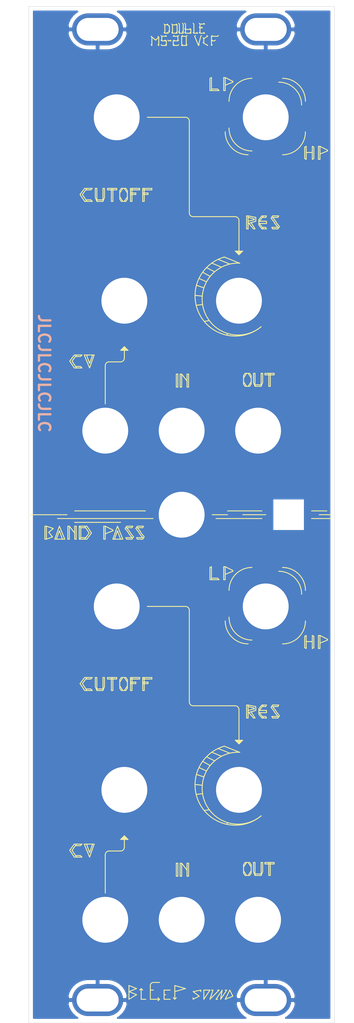
<source format=kicad_pcb>
(kicad_pcb (version 20171130) (host pcbnew "(5.1.9)-1")

  (general
    (thickness 1.6)
    (drawings 746)
    (tracks 15)
    (zones 0)
    (modules 4)
    (nets 2)
  )

  (page A4)
  (layers
    (0 F.Cu signal)
    (31 B.Cu signal)
    (32 B.Adhes user)
    (33 F.Adhes user)
    (34 B.Paste user)
    (35 F.Paste user)
    (36 B.SilkS user)
    (37 F.SilkS user)
    (38 B.Mask user)
    (39 F.Mask user)
    (40 Dwgs.User user)
    (41 Cmts.User user)
    (42 Eco1.User user)
    (43 Eco2.User user)
    (44 Edge.Cuts user)
    (45 Margin user)
    (46 B.CrtYd user)
    (47 F.CrtYd user)
    (48 B.Fab user)
    (49 F.Fab user)
  )

  (setup
    (last_trace_width 0.3)
    (user_trace_width 0.3)
    (user_trace_width 0.6)
    (trace_clearance 0.2)
    (zone_clearance 0.508)
    (zone_45_only no)
    (trace_min 0.2)
    (via_size 0.8)
    (via_drill 0.4)
    (via_min_size 0.4)
    (via_min_drill 0.3)
    (uvia_size 0.3)
    (uvia_drill 0.1)
    (uvias_allowed no)
    (uvia_min_size 0.2)
    (uvia_min_drill 0.1)
    (edge_width 0.05)
    (segment_width 0.2)
    (pcb_text_width 0.3)
    (pcb_text_size 1.5 1.5)
    (mod_edge_width 0.12)
    (mod_text_size 1 1)
    (mod_text_width 0.15)
    (pad_size 1.524 1.524)
    (pad_drill 0.762)
    (pad_to_mask_clearance 0)
    (aux_axis_origin 0 0)
    (visible_elements 7FFFFFFF)
    (pcbplotparams
      (layerselection 0x010fc_ffffffff)
      (usegerberextensions true)
      (usegerberattributes false)
      (usegerberadvancedattributes false)
      (creategerberjobfile false)
      (excludeedgelayer true)
      (linewidth 0.100000)
      (plotframeref false)
      (viasonmask false)
      (mode 1)
      (useauxorigin false)
      (hpglpennumber 1)
      (hpglpenspeed 20)
      (hpglpendiameter 15.000000)
      (psnegative false)
      (psa4output false)
      (plotreference true)
      (plotvalue false)
      (plotinvisibletext false)
      (padsonsilk false)
      (subtractmaskfromsilk true)
      (outputformat 1)
      (mirror false)
      (drillshape 0)
      (scaleselection 1)
      (outputdirectory "gerber/"))
  )

  (net 0 "")
  (net 1 GND)

  (net_class Default "This is the default net class."
    (clearance 0.2)
    (trace_width 0.3)
    (via_dia 0.8)
    (via_drill 0.4)
    (uvia_dia 0.3)
    (uvia_drill 0.1)
    (add_net GND)
  )

  (net_class Power ""
    (clearance 0.2)
    (trace_width 0.6)
    (via_dia 0.8)
    (via_drill 0.4)
    (uvia_dia 0.3)
    (uvia_drill 0.1)
  )

  (module "Synth:Doepfer Mounting hole" (layer F.Cu) (tedit 6156C46B) (tstamp 6157B93F)
    (at 148.5 155)
    (path /6164DFF0)
    (fp_text reference H3 (at 0 3) (layer F.SilkS) hide
      (effects (font (size 1 1) (thickness 0.15)))
    )
    (fp_text value MountingHole_Pad (at 0 -3) (layer F.Fab)
      (effects (font (size 1 1) (thickness 0.15)))
    )
    (pad 1 thru_hole oval (at 0 0) (size 6.7 4.2) (drill oval 5.5 3) (layers *.Cu *.Mask)
      (net 1 GND))
  )

  (module "Synth:Doepfer Mounting hole" (layer F.Cu) (tedit 6156C46B) (tstamp 6157B944)
    (at 126.5 155)
    (path /61656975)
    (fp_text reference H4 (at 0 3) (layer F.SilkS) hide
      (effects (font (size 1 1) (thickness 0.15)))
    )
    (fp_text value MountingHole_Pad (at 0 -3) (layer F.Fab)
      (effects (font (size 1 1) (thickness 0.15)))
    )
    (pad 1 thru_hole oval (at 0 0) (size 6.7 4.2) (drill oval 5.5 3) (layers *.Cu *.Mask)
      (net 1 GND))
  )

  (module "Synth:Doepfer Mounting hole" (layer F.Cu) (tedit 6156C46B) (tstamp 6157B93A)
    (at 148.5 28)
    (path /61645961)
    (fp_text reference H2 (at 0 3) (layer F.SilkS) hide
      (effects (font (size 1 1) (thickness 0.15)))
    )
    (fp_text value MountingHole_Pad (at 0 -3) (layer F.Fab)
      (effects (font (size 1 1) (thickness 0.15)))
    )
    (pad 1 thru_hole oval (at 0 0) (size 6.7 4.2) (drill oval 5.5 3) (layers *.Cu *.Mask)
      (net 1 GND))
  )

  (module "Synth:Doepfer Mounting hole" (layer F.Cu) (tedit 6156C46B) (tstamp 6157B935)
    (at 126.5 28)
    (path /61620405)
    (fp_text reference H1 (at 0 3) (layer F.SilkS) hide
      (effects (font (size 1 1) (thickness 0.15)))
    )
    (fp_text value MountingHole_Pad (at 0 -3) (layer F.Fab)
      (effects (font (size 1 1) (thickness 0.15)))
    )
    (pad 1 thru_hole oval (at 0 0) (size 6.7 4.2) (drill oval 5.5 3) (layers *.Cu *.Mask)
      (net 1 GND))
  )

  (gr_text JLCJLCJLCJLC (at 119.5 73 270) (layer B.SilkS)
    (effects (font (size 1.5 1.5) (thickness 0.3)))
  )
  (gr_line (start 140.5 28.5) (end 140.4 28.4) (layer F.SilkS) (width 0.12))
  (gr_line (start 139.9 28.5) (end 139.8 28.4) (layer F.SilkS) (width 0.12))
  (gr_line (start 139.9 27.3) (end 139.8 27.2) (layer F.SilkS) (width 0.12))
  (gr_line (start 140.5 27.3) (end 140.4 27.2) (layer F.SilkS) (width 0.12))
  (gr_line (start 139.9 27.8) (end 139.8 27.7) (layer F.SilkS) (width 0.12))
  (gr_line (start 140.2 27.8) (end 140.1 27.7) (layer F.SilkS) (width 0.12))
  (gr_line (start 139.9 27.8) (end 140.2 27.8) (layer F.SilkS) (width 0.12))
  (gr_line (start 139.9 28.5) (end 140.5 28.5) (layer F.SilkS) (width 0.12))
  (gr_line (start 139.9 27.3) (end 140.5 27.3) (layer F.SilkS) (width 0.12))
  (gr_line (start 139.9 28.5) (end 139.9 27.3) (layer F.SilkS) (width 0.12))
  (gr_line (start 139.1 27.3) (end 139 27.2) (layer F.SilkS) (width 0.12))
  (gr_line (start 139.1 28.5) (end 139 28.4) (layer F.SilkS) (width 0.12))
  (gr_line (start 139.6 28.5) (end 139.5 28.4) (layer F.SilkS) (width 0.12))
  (gr_line (start 139.1 28.5) (end 139.6 28.5) (layer F.SilkS) (width 0.12))
  (gr_line (start 139.1 27.3) (end 139.1 28.5) (layer F.SilkS) (width 0.12))
  (gr_line (start 138 27.3) (end 137.9 27.2) (layer F.SilkS) (width 0.12))
  (gr_line (start 138.7 28.5) (end 138.6 28.4) (layer F.SilkS) (width 0.12))
  (gr_line (start 138 28.5) (end 137.9 28.4) (layer F.SilkS) (width 0.12))
  (gr_line (start 138 28) (end 137.9 27.9) (layer F.SilkS) (width 0.12))
  (gr_line (start 138.7 28) (end 138.6 27.9) (layer F.SilkS) (width 0.12))
  (gr_line (start 138.7 28) (end 138 28) (layer F.SilkS) (width 0.12))
  (gr_line (start 138.7 28.5) (end 138.7 28) (layer F.SilkS) (width 0.12))
  (gr_line (start 138 28.5) (end 138.7 28.5) (layer F.SilkS) (width 0.12))
  (gr_line (start 138 27.3) (end 138 28.5) (layer F.SilkS) (width 0.12))
  (gr_line (start 137.2 28.5) (end 137.1 28.3) (layer F.SilkS) (width 0.12))
  (gr_line (start 137.7 28.5) (end 137.6 28.3) (layer F.SilkS) (width 0.12))
  (gr_line (start 137.2 27.3) (end 137.1 27.2) (layer F.SilkS) (width 0.12))
  (gr_line (start 137.7 27.3) (end 137.6 27.2) (layer F.SilkS) (width 0.12))
  (gr_line (start 137.7 28.5) (end 137.7 27.3) (layer F.SilkS) (width 0.12))
  (gr_line (start 137.2 28.5) (end 137.7 28.5) (layer F.SilkS) (width 0.12))
  (gr_line (start 137.2 27.3) (end 137.2 28.5) (layer F.SilkS) (width 0.12))
  (gr_line (start 136.9 28.5) (end 136.9 27.4) (layer F.SilkS) (width 0.12) (tstamp 6155EA9B))
  (gr_line (start 136.3 27.4) (end 136.3 28.5) (layer F.SilkS) (width 0.12) (tstamp 6155EA9A))
  (gr_line (start 136.3 28.5) (end 136.9 28.5) (layer F.SilkS) (width 0.12) (tstamp 6155EA99))
  (gr_line (start 136.9 27.4) (end 136.3 27.4) (layer F.SilkS) (width 0.12) (tstamp 6155EA98))
  (gr_line (start 136.3 27.4) (end 136.2 27.3) (layer F.SilkS) (width 0.12) (tstamp 6155EA97))
  (gr_line (start 136.3 28.5) (end 136.2 28.4) (layer F.SilkS) (width 0.12) (tstamp 6155EA96))
  (gr_line (start 136.9 27.4) (end 136.8 27.3) (layer F.SilkS) (width 0.12) (tstamp 6155EA95))
  (gr_line (start 136.9 28.5) (end 136.8 28.4) (layer F.SilkS) (width 0.12) (tstamp 6155EA94))
  (gr_line (start 135.9 27.6) (end 135.8 27.5) (layer F.SilkS) (width 0.12))
  (gr_line (start 135.7 27.4) (end 135.6 27.3) (layer F.SilkS) (width 0.12))
  (gr_line (start 135.9 28.3) (end 135.8 28.2) (layer F.SilkS) (width 0.12))
  (gr_line (start 135.7 28.5) (end 135.6 28.4) (layer F.SilkS) (width 0.12))
  (gr_line (start 135.3 28.5) (end 135.2 28.4) (layer F.SilkS) (width 0.12))
  (gr_line (start 135.3 27.4) (end 135.2 27.3) (layer F.SilkS) (width 0.12))
  (gr_line (start 135.7 27.4) (end 135.3 27.4) (layer F.SilkS) (width 0.12) (tstamp 6155EA3F))
  (gr_line (start 135.9 27.6) (end 135.7 27.4) (layer F.SilkS) (width 0.12))
  (gr_line (start 135.9 28.3) (end 135.9 27.6) (layer F.SilkS) (width 0.12))
  (gr_line (start 135.7 28.5) (end 135.9 28.3) (layer F.SilkS) (width 0.12))
  (gr_line (start 135.3 28.5) (end 135.7 28.5) (layer F.SilkS) (width 0.12))
  (gr_line (start 135.3 28.5) (end 135.3 27.4) (layer F.SilkS) (width 0.12))
  (gr_line (start 132.2 93.9) (end 132.1 93.7) (layer F.SilkS) (width 0.12) (tstamp 6155D482))
  (gr_line (start 131.7 93) (end 131.5 93.3) (layer F.SilkS) (width 0.12) (tstamp 6155D481))
  (gr_line (start 132.4 94.5) (end 131.6 94.5) (layer F.SilkS) (width 0.12) (tstamp 6155D480))
  (gr_line (start 131.7 93.2) (end 132.1 93.7) (layer F.SilkS) (width 0.12) (tstamp 6155D47F))
  (gr_line (start 132 94) (end 131.9 93.8) (layer F.SilkS) (width 0.12) (tstamp 6155D47E))
  (gr_line (start 131.5 93.3) (end 131.9 93.8) (layer F.SilkS) (width 0.12) (tstamp 6155D47D))
  (gr_line (start 132.6 94.4) (end 132.2 93.9) (layer F.SilkS) (width 0.12) (tstamp 6155D47C))
  (gr_line (start 132.4 93.2) (end 131.7 93.2) (layer F.SilkS) (width 0.12) (tstamp 6155D47B))
  (gr_line (start 131.6 94.5) (end 131.7 94.7) (layer F.SilkS) (width 0.12) (tstamp 6155D47A))
  (gr_line (start 132.5 93) (end 131.7 93) (layer F.SilkS) (width 0.12) (tstamp 6155D479))
  (gr_line (start 132.6 94.4) (end 132.4 94.7) (layer F.SilkS) (width 0.12) (tstamp 6155D478))
  (gr_line (start 132.4 94.7) (end 131.7 94.7) (layer F.SilkS) (width 0.12) (tstamp 6155D477))
  (gr_line (start 132.5 93) (end 132.4 93.2) (layer F.SilkS) (width 0.12) (tstamp 6155D476))
  (gr_line (start 132.4 94.5) (end 132 94) (layer F.SilkS) (width 0.12) (tstamp 6155D475))
  (gr_line (start 130.8 93.9) (end 130.7 93.7) (layer F.SilkS) (width 0.12) (tstamp 6155D482))
  (gr_line (start 130.3 93) (end 130.1 93.3) (layer F.SilkS) (width 0.12) (tstamp 6155D481))
  (gr_line (start 131 94.5) (end 130.2 94.5) (layer F.SilkS) (width 0.12) (tstamp 6155D480))
  (gr_line (start 130.3 93.2) (end 130.7 93.7) (layer F.SilkS) (width 0.12) (tstamp 6155D47F))
  (gr_line (start 130.6 94) (end 130.5 93.8) (layer F.SilkS) (width 0.12) (tstamp 6155D47E))
  (gr_line (start 130.1 93.3) (end 130.5 93.8) (layer F.SilkS) (width 0.12) (tstamp 6155D47D))
  (gr_line (start 131.2 94.4) (end 130.8 93.9) (layer F.SilkS) (width 0.12) (tstamp 6155D47C))
  (gr_line (start 131 93.2) (end 130.3 93.2) (layer F.SilkS) (width 0.12) (tstamp 6155D47B))
  (gr_line (start 130.2 94.5) (end 130.3 94.7) (layer F.SilkS) (width 0.12) (tstamp 6155D47A))
  (gr_line (start 131.1 93) (end 130.3 93) (layer F.SilkS) (width 0.12) (tstamp 6155D479))
  (gr_line (start 131.2 94.4) (end 131 94.7) (layer F.SilkS) (width 0.12) (tstamp 6155D478))
  (gr_line (start 131 94.7) (end 130.3 94.7) (layer F.SilkS) (width 0.12) (tstamp 6155D477))
  (gr_line (start 131.1 93) (end 131 93.2) (layer F.SilkS) (width 0.12) (tstamp 6155D476))
  (gr_line (start 131 94.5) (end 130.6 94) (layer F.SilkS) (width 0.12) (tstamp 6155D475))
  (gr_line (start 129.8 94.7) (end 129.1 93) (layer F.SilkS) (width 0.12) (tstamp 6155D46F))
  (gr_line (start 129.5 94.7) (end 129.1 93.6) (layer F.SilkS) (width 0.12) (tstamp 6155D46E))
  (gr_line (start 129.1 93) (end 128.5 94.7) (layer F.SilkS) (width 0.12) (tstamp 6155D46D))
  (gr_line (start 128.5 94.7) (end 129.8 94.7) (layer F.SilkS) (width 0.12) (tstamp 6155D46C))
  (gr_line (start 129.1 93.6) (end 128.7 94.7) (layer F.SilkS) (width 0.12) (tstamp 6155D46B))
  (gr_line (start 127.3 93) (end 127.5 93) (layer F.SilkS) (width 0.12) (tstamp 6155D463))
  (gr_line (start 127.3 94.7) (end 127.3 93) (layer F.SilkS) (width 0.12) (tstamp 6155D462))
  (gr_line (start 127.5 93) (end 128.5 93.5) (layer F.SilkS) (width 0.12) (tstamp 6155D461))
  (gr_line (start 127.5 93) (end 127.5 94.7) (layer F.SilkS) (width 0.12) (tstamp 6155D460))
  (gr_line (start 128.5 93.6) (end 127.5 94) (layer F.SilkS) (width 0.12) (tstamp 6155D45F))
  (gr_line (start 127.3 94.7) (end 127.5 94.7) (layer F.SilkS) (width 0.12) (tstamp 6155D45E))
  (gr_line (start 128.5 93.5) (end 128.5 93.6) (layer F.SilkS) (width 0.12) (tstamp 6155D45D))
  (gr_line (start 124.3 93.2) (end 124.1 93) (layer F.SilkS) (width 0.12) (tstamp 6155D450))
  (gr_line (start 124.9 93.2) (end 124.3 93.2) (layer F.SilkS) (width 0.12) (tstamp 6155D44F))
  (gr_line (start 124.1 93) (end 124.1 94.7) (layer F.SilkS) (width 0.12) (tstamp 6155D44E))
  (gr_line (start 124.3 93.2) (end 124.3 94.5) (layer F.SilkS) (width 0.12) (tstamp 6155D44D))
  (gr_line (start 125.4 93.9) (end 124.8 93) (layer F.SilkS) (width 0.12) (tstamp 6155D44C))
  (gr_line (start 124.8 94.7) (end 125.4 93.9) (layer F.SilkS) (width 0.12) (tstamp 6155D44B))
  (gr_line (start 125.7 93.9) (end 125.1 93) (layer F.SilkS) (width 0.12) (tstamp 6155D44A))
  (gr_line (start 125.1 94.7) (end 125.7 93.9) (layer F.SilkS) (width 0.12) (tstamp 6155D449))
  (gr_line (start 124.3 94.5) (end 124.1 94.7) (layer F.SilkS) (width 0.12) (tstamp 6155D448))
  (gr_line (start 124.9 94.5) (end 124.3 94.5) (layer F.SilkS) (width 0.12) (tstamp 6155D447))
  (gr_line (start 124.1 94.7) (end 125.1 94.7) (layer F.SilkS) (width 0.12) (tstamp 6155D446))
  (gr_line (start 125.1 93) (end 124.1 93) (layer F.SilkS) (width 0.12) (tstamp 6155D445))
  (gr_line (start 122.8 93) (end 122.8 94.7) (layer F.SilkS) (width 0.12) (tstamp 6155D43A))
  (gr_line (start 122.8 93) (end 123.5 93.9) (layer F.SilkS) (width 0.12) (tstamp 6155D439))
  (gr_line (start 123.5 93) (end 123.7 93) (layer F.SilkS) (width 0.12) (tstamp 6155D438))
  (gr_line (start 123.5 93.9) (end 123.5 93) (layer F.SilkS) (width 0.12) (tstamp 6155D437))
  (gr_line (start 122.6 93) (end 122.8 93) (layer F.SilkS) (width 0.12) (tstamp 6155D436))
  (gr_line (start 122.6 94.7) (end 122.6 93) (layer F.SilkS) (width 0.12) (tstamp 6155D435))
  (gr_line (start 123.7 94.7) (end 123.5 94.7) (layer F.SilkS) (width 0.12) (tstamp 6155D434))
  (gr_line (start 122.6 94.7) (end 122.8 94.7) (layer F.SilkS) (width 0.12) (tstamp 6155D433))
  (gr_line (start 123.7 93) (end 123.7 94.7) (layer F.SilkS) (width 0.12) (tstamp 6155D432))
  (gr_line (start 123.5 94.7) (end 123.5 93.9) (layer F.SilkS) (width 0.12) (tstamp 6155D431))
  (gr_line (start 122.2 94.7) (end 121.5 93) (layer F.SilkS) (width 0.12) (tstamp 6155D42A))
  (gr_line (start 121.9 94.7) (end 121.5 93.6) (layer F.SilkS) (width 0.12) (tstamp 6155D429))
  (gr_line (start 121.5 93) (end 120.9 94.7) (layer F.SilkS) (width 0.12) (tstamp 6155D428))
  (gr_line (start 120.9 94.7) (end 122.2 94.7) (layer F.SilkS) (width 0.12) (tstamp 6155D427))
  (gr_line (start 121.5 93.6) (end 121.1 94.7) (layer F.SilkS) (width 0.12) (tstamp 6155D426))
  (gr_line (start 120.1 93.8) (end 120.7 93.3) (layer F.SilkS) (width 0.12) (tstamp 6155D65C))
  (gr_line (start 120.7 93.3) (end 119.8 93) (layer F.SilkS) (width 0.12) (tstamp 6155D65F))
  (gr_line (start 119.6 94.7) (end 119.8 94.7) (layer F.SilkS) (width 0.12) (tstamp 6155D671))
  (gr_line (start 119.6 93) (end 119.8 93) (layer F.SilkS) (width 0.12) (tstamp 6155D668))
  (gr_line (start 120.6 94.4) (end 120.1 93.8) (layer F.SilkS) (width 0.12) (tstamp 6155D662))
  (gr_line (start 119.8 93) (end 119.8 94.7) (layer F.SilkS) (width 0.12) (tstamp 6155D66B))
  (gr_line (start 119.6 94.7) (end 119.6 93) (layer F.SilkS) (width 0.12) (tstamp 6155D66E))
  (gr_line (start 119.8 94.7) (end 120.6 94.4) (layer F.SilkS) (width 0.12) (tstamp 6155D665))
  (gr_line (start 156.5 91.5) (end 157 91.5) (layer F.SilkS) (width 0.12))
  (gr_line (start 143.5 91.5) (end 141.5 91.5) (layer F.SilkS) (width 0.12))
  (gr_line (start 145.5 91.5) (end 148.5 91.5) (layer F.SilkS) (width 0.12))
  (gr_line (start 155.5 91.5) (end 156.5 91.5) (layer F.SilkS) (width 0.12))
  (gr_poly (pts (xy 149 89) (xy 154 89) (xy 154 94) (xy 149 94)) (layer B.Mask) (width 0.1) (tstamp 6155D612))
  (gr_poly (pts (xy 149 89) (xy 154 89) (xy 154 94) (xy 149 94)) (layer F.Mask) (width 0.1) (tstamp 6155D60F))
  (gr_line (start 148.9 138.7) (end 149.1 138.7) (layer F.SilkS) (width 0.12) (tstamp 6154D19A))
  (gr_line (start 149.1 137.2) (end 149.6 137.2) (layer F.SilkS) (width 0.12) (tstamp 6154D199))
  (gr_line (start 145.8 138.7) (end 145.6 138.4) (layer F.SilkS) (width 0.12) (tstamp 6154D198))
  (gr_line (start 148.9 138.7) (end 148.9 137) (layer F.SilkS) (width 0.12) (tstamp 6154D197))
  (gr_line (start 148.4 137.2) (end 148.9 137.2) (layer F.SilkS) (width 0.12) (tstamp 6154D196))
  (gr_line (start 147.1 138.5) (end 147.9 138.5) (layer F.SilkS) (width 0.12) (tstamp 6154D195))
  (gr_line (start 145.6 138.1) (end 146 138.7) (layer F.SilkS) (width 0.12) (tstamp 6154D194))
  (gr_line (start 148.1 137) (end 148.1 138.2) (layer F.SilkS) (width 0.12) (tstamp 6154D193))
  (gr_line (start 146.9 138.2) (end 147.1 138.7) (layer F.SilkS) (width 0.12) (tstamp 6154D192))
  (gr_line (start 145.6 137.3) (end 145.8 137) (layer F.SilkS) (width 0.12) (tstamp 6154D191))
  (gr_line (start 146.4 137) (end 146.6 137.3) (layer F.SilkS) (width 0.12) (tstamp 6154D190))
  (gr_line (start 149.6 137.2) (end 149.6 137) (layer F.SilkS) (width 0.12) (tstamp 6154D18F))
  (gr_line (start 148.9 137.2) (end 149.1 137.2) (layer F.SilkS) (width 0.12) (tstamp 6154D18E))
  (gr_line (start 145.6 137.6) (end 146 137) (layer F.SilkS) (width 0.12) (tstamp 6154D18D))
  (gr_line (start 146.4 138.7) (end 145.8 138.7) (layer F.SilkS) (width 0.12) (tstamp 6154D18C))
  (gr_line (start 146.6 138.1) (end 146.2 138.7) (layer F.SilkS) (width 0.12) (tstamp 6154D18B))
  (gr_line (start 145.8 137) (end 146.4 137) (layer F.SilkS) (width 0.12) (tstamp 6154D18A))
  (gr_line (start 145.6 137.3) (end 145.6 138.4) (layer F.SilkS) (width 0.12) (tstamp 6154D189))
  (gr_line (start 146.6 138.4) (end 146.6 137.3) (layer F.SilkS) (width 0.12) (tstamp 6154D188))
  (gr_line (start 147.1 138.7) (end 147.9 138.7) (layer F.SilkS) (width 0.12) (tstamp 6154D187))
  (gr_line (start 148.4 137) (end 148.4 137.2) (layer F.SilkS) (width 0.12) (tstamp 6154D186))
  (gr_line (start 147.9 137) (end 148.1 137) (layer F.SilkS) (width 0.12) (tstamp 6154D185))
  (gr_line (start 146.2 137) (end 146.6 137.6) (layer F.SilkS) (width 0.12) (tstamp 6154D184))
  (gr_line (start 146.6 138.4) (end 146.4 138.7) (layer F.SilkS) (width 0.12) (tstamp 6154D183))
  (gr_line (start 146.9 138.2) (end 146.9 137) (layer F.SilkS) (width 0.12) (tstamp 6154D182))
  (gr_line (start 148.9 137) (end 149.1 137) (layer F.SilkS) (width 0.12) (tstamp 6154D181))
  (dimension 5.5 (width 0.15) (layer Dwgs.User) (tstamp 6154D17F)
    (gr_text "5,500 mm" (at 130.7 141.75 90) (layer Dwgs.User) (tstamp 6154D17F)
      (effects (font (size 1 1) (thickness 0.15)))
    )
    (feature1 (pts (xy 147.5 139) (xy 131.413579 139)))
    (feature2 (pts (xy 147.5 144.5) (xy 131.413579 144.5)))
    (crossbar (pts (xy 132 144.5) (xy 132 139)))
    (arrow1a (pts (xy 132 139) (xy 132.586421 140.126504)))
    (arrow1b (pts (xy 132 139) (xy 131.413579 140.126504)))
    (arrow2a (pts (xy 132 144.5) (xy 132.586421 143.373496)))
    (arrow2b (pts (xy 132 144.5) (xy 131.413579 143.373496)))
  )
  (gr_line (start 141.2 100) (end 141.2 98.4) (layer F.SilkS) (width 0.12) (tstamp 6154D17E))
  (gr_line (start 141.4 98.3) (end 141.4 100) (layer F.SilkS) (width 0.12) (tstamp 6154D17D))
  (gr_line (start 154.6 109) (end 154.8 108.9) (layer F.SilkS) (width 0.12) (tstamp 6154D17C))
  (gr_line (start 153.6 107.4) (end 153.8 107.3) (layer F.SilkS) (width 0.12) (tstamp 6154D17B))
  (gr_line (start 144.2 98.8) (end 144.2 98.9) (layer F.SilkS) (width 0.12) (tstamp 6154D17A))
  (gr_line (start 155.4 109) (end 155.6 109) (layer F.SilkS) (width 0.12) (tstamp 6154D179))
  (gr_line (start 144.2 98.9) (end 143.2 99.3) (layer F.SilkS) (width 0.12) (tstamp 6154D178))
  (gr_line (start 143 98.3) (end 143.2 98.3) (layer F.SilkS) (width 0.12) (tstamp 6154D177))
  (gr_line (start 147 116.8) (end 147 116.9) (layer F.SilkS) (width 0.12) (tstamp 6154D176))
  (gr_line (start 147 116.9) (end 146.2 117.1) (layer F.SilkS) (width 0.12) (tstamp 6154D175))
  (gr_line (start 154.6 109) (end 154.6 107.3) (layer F.SilkS) (width 0.12) (tstamp 6154D174))
  (gr_poly (pts (xy 145 121.5) (xy 144.5 121) (xy 145.5 121)) (layer F.SilkS) (width 0.1) (tstamp 6154D173))
  (gr_line (start 143.2 98.3) (end 144.2 98.8) (layer F.SilkS) (width 0.12) (tstamp 6154D172))
  (gr_line (start 142.2 99.8) (end 141.4 99.8) (layer F.SilkS) (width 0.12) (tstamp 6154D171))
  (gr_line (start 153.6 108.9) (end 153.8 109) (layer F.SilkS) (width 0.12) (tstamp 6154D170))
  (gr_line (start 146.2 116.6) (end 147 116.8) (layer F.SilkS) (width 0.12) (tstamp 6154D16F))
  (gr_line (start 143 100) (end 143 98.3) (layer F.SilkS) (width 0.12) (tstamp 6154D16E))
  (gr_line (start 154.6 107.3) (end 154.8 107.4) (layer F.SilkS) (width 0.12) (tstamp 6154D16D))
  (gr_line (start 154.8 107.4) (end 154.8 108.9) (layer F.SilkS) (width 0.12) (tstamp 6154D16C))
  (gr_line (start 153.6 108.9) (end 153.6 107.4) (layer F.SilkS) (width 0.12) (tstamp 6154D16B))
  (gr_line (start 153.8 107.3) (end 153.8 109) (layer F.SilkS) (width 0.12) (tstamp 6154D16A))
  (gr_line (start 155.6 107.3) (end 156.6 107.8) (layer F.SilkS) (width 0.12) (tstamp 6154D169))
  (gr_line (start 141.2 100) (end 141.4 100) (layer F.SilkS) (width 0.12) (tstamp 6154D168))
  (gr_line (start 155.6 107.3) (end 155.6 109) (layer F.SilkS) (width 0.12) (tstamp 6154D167))
  (gr_line (start 156.6 107.8) (end 156.6 107.9) (layer F.SilkS) (width 0.12) (tstamp 6154D166))
  (gr_line (start 156.6 107.9) (end 155.6 108.3) (layer F.SilkS) (width 0.12) (tstamp 6154D165))
  (gr_line (start 154.6 108.1) (end 153.8 108.1) (layer F.SilkS) (width 0.12) (tstamp 6154D164))
  (gr_line (start 143 100) (end 143.2 100) (layer F.SilkS) (width 0.12) (tstamp 6154D163))
  (gr_line (start 141.2 98.4) (end 141.4 98.3) (layer F.SilkS) (width 0.12) (tstamp 6154D162))
  (gr_line (start 155.4 107.3) (end 155.6 107.3) (layer F.SilkS) (width 0.12) (tstamp 6154D161))
  (gr_line (start 155.4 109) (end 155.4 107.3) (layer F.SilkS) (width 0.12) (tstamp 6154D160))
  (gr_line (start 141.4 100) (end 142.4 100) (layer F.SilkS) (width 0.12) (tstamp 6154D15F))
  (gr_line (start 142.4 100) (end 142.2 99.8) (layer F.SilkS) (width 0.12) (tstamp 6154D15E))
  (gr_line (start 143.2 98.3) (end 143.2 100) (layer F.SilkS) (width 0.12) (tstamp 6154D15D))
  (gr_line (start 147.2 116.6) (end 147.2 117.1) (layer F.SilkS) (width 0.12) (tstamp 6154D15C))
  (gr_line (start 146.6 117.3) (end 147.1 118.1) (layer F.SilkS) (width 0.12) (tstamp 6154D15B))
  (gr_line (start 146 118.1) (end 146.2 118.1) (layer F.SilkS) (width 0.12) (tstamp 6154D15A))
  (gr_line (start 146.2 116.4) (end 147.2 116.6) (layer F.SilkS) (width 0.12) (tstamp 6154D159))
  (gr_line (start 146 116.4) (end 146.2 116.4) (layer F.SilkS) (width 0.12) (tstamp 6154D158))
  (gr_line (start 147.2 117.1) (end 146.2 117.4) (layer F.SilkS) (width 0.12) (tstamp 6154D157))
  (gr_line (start 150.2 116.4) (end 150.1 116.6) (layer F.SilkS) (width 0.12) (tstamp 6154D156))
  (gr_line (start 150.2 116.4) (end 149.4 116.4) (layer F.SilkS) (width 0.12) (tstamp 6154D155))
  (gr_line (start 147.1 118.1) (end 146.9 118.1) (layer F.SilkS) (width 0.12) (tstamp 6154D154))
  (gr_line (start 146.9 118.1) (end 146.3 117.4) (layer F.SilkS) (width 0.12) (tstamp 6154D153))
  (gr_line (start 146 118.1) (end 146 116.4) (layer F.SilkS) (width 0.12) (tstamp 6154D152))
  (gr_line (start 146.2 116.4) (end 146.2 118.1) (layer F.SilkS) (width 0.12) (tstamp 6154D151))
  (gr_line (start 148.2 116.4) (end 147.6 117.2) (layer F.SilkS) (width 0.12) (tstamp 6154D150))
  (gr_line (start 148.6 117.1) (end 148.6 117.3) (layer F.SilkS) (width 0.12) (tstamp 6154D14F))
  (gr_line (start 147.6 116.9) (end 148 116.4) (layer F.SilkS) (width 0.12) (tstamp 6154D14E))
  (gr_line (start 148 116.4) (end 148.6 116.4) (layer F.SilkS) (width 0.12) (tstamp 6154D14D))
  (gr_line (start 148.1 117.9) (end 148.5 117.9) (layer F.SilkS) (width 0.12) (tstamp 6154D14C))
  (gr_line (start 148.5 116.6) (end 148.6 116.4) (layer F.SilkS) (width 0.12) (tstamp 6154D14B))
  (gr_line (start 148.6 117.4) (end 147.7 117.4) (layer F.SilkS) (width 0.12) (tstamp 6154D14A))
  (gr_line (start 149.2 116.7) (end 149.6 117.2) (layer F.SilkS) (width 0.12) (tstamp 6154D149))
  (gr_line (start 148.4 117.1) (end 148.6 117.1) (layer F.SilkS) (width 0.12) (tstamp 6154D148))
  (gr_line (start 149.7 117.4) (end 149.6 117.2) (layer F.SilkS) (width 0.12) (tstamp 6154D147))
  (gr_line (start 149.9 117.3) (end 149.8 117.1) (layer F.SilkS) (width 0.12) (tstamp 6154D146))
  (gr_line (start 148 118.1) (end 148.6 118.1) (layer F.SilkS) (width 0.12) (tstamp 6154D145))
  (gr_line (start 148.1 116.6) (end 148.5 116.6) (layer F.SilkS) (width 0.12) (tstamp 6154D144))
  (gr_line (start 148.6 117.3) (end 148.6 117.4) (layer F.SilkS) (width 0.12) (tstamp 6154D143))
  (gr_line (start 147.6 116.9) (end 147.6 117.6) (layer F.SilkS) (width 0.12) (tstamp 6154D142))
  (gr_line (start 149.3 117.9) (end 149.4 118.1) (layer F.SilkS) (width 0.12) (tstamp 6154D141))
  (gr_line (start 148.5 117.9) (end 148.6 118.1) (layer F.SilkS) (width 0.12) (tstamp 6154D140))
  (gr_line (start 148.2 118.1) (end 147.6 117.3) (layer F.SilkS) (width 0.12) (tstamp 6154D13F))
  (gr_line (start 150.1 116.6) (end 149.4 116.6) (layer F.SilkS) (width 0.12) (tstamp 6154D13E))
  (gr_line (start 149.4 116.4) (end 149.2 116.7) (layer F.SilkS) (width 0.12) (tstamp 6154D13D))
  (gr_line (start 150.3 117.8) (end 150.1 118.1) (layer F.SilkS) (width 0.12) (tstamp 6154D13C))
  (gr_line (start 150.1 117.9) (end 149.3 117.9) (layer F.SilkS) (width 0.12) (tstamp 6154D13B))
  (gr_line (start 150.1 118.1) (end 149.4 118.1) (layer F.SilkS) (width 0.12) (tstamp 6154D13A))
  (gr_line (start 150.1 117.9) (end 149.7 117.4) (layer F.SilkS) (width 0.12) (tstamp 6154D139))
  (gr_line (start 147.7 117.1) (end 148.4 117.1) (layer F.SilkS) (width 0.12) (tstamp 6154D138))
  (gr_line (start 150.3 117.8) (end 149.9 117.3) (layer F.SilkS) (width 0.12) (tstamp 6154D137))
  (gr_line (start 149.4 116.6) (end 149.8 117.1) (layer F.SilkS) (width 0.12) (tstamp 6154D136))
  (gr_line (start 147.6 117.6) (end 148 118.1) (layer F.SilkS) (width 0.12) (tstamp 6154D135))
  (gr_arc (start 150.2 101.9) (end 153.2 101.9) (angle -90) (layer F.SilkS) (width 0.12) (tstamp 6154D134))
  (gr_arc (start 146.7 104.9) (end 143.7 104.9) (angle -90) (layer F.SilkS) (width 0.12) (tstamp 6154D133))
  (gr_arc (start 150.7 105.4) (end 150.7 108.4) (angle -90) (layer F.SilkS) (width 0.12) (tstamp 6154D132))
  (gr_arc (start 146.2 105.4) (end 143.2 105.4) (angle -90) (layer F.SilkS) (width 0.12) (tstamp 6154D131))
  (gr_arc (start 146.7 101.4) (end 146.7 98.4) (angle -90) (layer F.SilkS) (width 0.12) (tstamp 6154D130))
  (gr_arc (start 150.7 101.4) (end 153.7 101.4) (angle -90) (layer F.SilkS) (width 0.12) (tstamp 6154D12F))
  (gr_line (start 141.1 130.1) (end 140.5 130.2) (layer F.SilkS) (width 0.12) (tstamp 6154D12E))
  (gr_line (start 143.5 131.8) (end 143.4 132) (layer F.SilkS) (width 0.12) (tstamp 6154D12D))
  (gr_line (start 139.4 128.1) (end 140.2 128) (layer F.SilkS) (width 0.12) (tstamp 6154D12C))
  (gr_line (start 140.414967 125.816834) (end 139.5 125.5) (layer F.SilkS) (width 0.12) (tstamp 6154D12B))
  (gr_line (start 141.2 124.3) (end 140.3 123.8) (layer F.SilkS) (width 0.12) (tstamp 6154D12A))
  (gr_line (start 140.2 126.9) (end 139.3 126.8) (layer F.SilkS) (width 0.12) (tstamp 6154D129))
  (gr_line (start 141.8 123.7) (end 140.8 123.2) (layer F.SilkS) (width 0.12) (tstamp 6154D128))
  (gr_line (start 142.7 123.1) (end 141.5 122.6) (layer F.SilkS) (width 0.12) (tstamp 6154D127))
  (gr_line (start 145.1 122.6) (end 143.085033 121.783166) (layer F.SilkS) (width 0.12) (tstamp 6154D126))
  (gr_line (start 140.7 125) (end 139.8 124.6) (layer F.SilkS) (width 0.12) (tstamp 6154D125))
  (gr_arc (start 144.885033 127.283166) (end 145.085033 122.583166) (angle -221.9948861) (layer F.SilkS) (width 0.12) (tstamp 6154D124))
  (gr_arc (start 144.521645 126.854339) (end 143.085033 121.783166) (angle -204.0468951) (layer F.SilkS) (width 0.12) (tstamp 6154D123))
  (gr_line (start 143.8 122.7) (end 142.3 122.1) (layer F.SilkS) (width 0.12) (tstamp 6154D122))
  (gr_line (start 133.6 112.8) (end 132.6 112.8) (layer F.SilkS) (width 0.12) (tstamp 6154D121))
  (gr_line (start 132.4 112.8) (end 132.6 112.8) (layer F.SilkS) (width 0.12) (tstamp 6154D120))
  (gr_line (start 132.4 114.5) (end 132.6 114.5) (layer F.SilkS) (width 0.12) (tstamp 6154D11F))
  (gr_line (start 133.1 113.6) (end 133.1 113.4) (layer F.SilkS) (width 0.12) (tstamp 6154D11E))
  (gr_line (start 133.1 113.4) (end 132.4 113.4) (layer F.SilkS) (width 0.12) (tstamp 6154D11D))
  (gr_line (start 132.4 113) (end 132.6 113) (layer F.SilkS) (width 0.12) (tstamp 6154D11C))
  (gr_line (start 132.6 112.8) (end 132.6 114.5) (layer F.SilkS) (width 0.12) (tstamp 6154D11B))
  (gr_line (start 130.8 114.5) (end 131 114.5) (layer F.SilkS) (width 0.12) (tstamp 6154D11A))
  (gr_line (start 130.8 113) (end 131 113) (layer F.SilkS) (width 0.12) (tstamp 6154D119))
  (gr_line (start 131.5 113.4) (end 130.8 113.4) (layer F.SilkS) (width 0.12) (tstamp 6154D118))
  (gr_line (start 131.5 113.6) (end 131.5 113.4) (layer F.SilkS) (width 0.12) (tstamp 6154D117))
  (gr_line (start 131 112.8) (end 131 114.5) (layer F.SilkS) (width 0.12) (tstamp 6154D116))
  (gr_line (start 132 112.8) (end 131 112.8) (layer F.SilkS) (width 0.12) (tstamp 6154D115))
  (gr_line (start 132.4 114.5) (end 132.4 112.8) (layer F.SilkS) (width 0.12) (tstamp 6154D114))
  (gr_line (start 132.4 113.6) (end 133.1 113.6) (layer F.SilkS) (width 0.12) (tstamp 6154D113))
  (gr_line (start 133.6 113) (end 133.6 112.8) (layer F.SilkS) (width 0.12) (tstamp 6154D112))
  (gr_line (start 130.8 112.8) (end 131 112.8) (layer F.SilkS) (width 0.12) (tstamp 6154D111))
  (gr_line (start 130.8 114.5) (end 130.8 112.8) (layer F.SilkS) (width 0.12) (tstamp 6154D110))
  (gr_line (start 130.8 113.6) (end 131.5 113.6) (layer F.SilkS) (width 0.12) (tstamp 6154D10F))
  (gr_line (start 132 113) (end 132 112.8) (layer F.SilkS) (width 0.12) (tstamp 6154D10E))
  (gr_line (start 131 113) (end 132 113) (layer F.SilkS) (width 0.12) (tstamp 6154D10D))
  (gr_line (start 132.6 113) (end 133.6 113) (layer F.SilkS) (width 0.12) (tstamp 6154D10C))
  (gr_line (start 126.4 114.5) (end 127.2 114.5) (layer F.SilkS) (width 0.12) (tstamp 6154D10B))
  (gr_line (start 129.4 113.4) (end 129.8 112.8) (layer F.SilkS) (width 0.12) (tstamp 6154D10A))
  (gr_line (start 129 112.8) (end 128.5 112.8) (layer F.SilkS) (width 0.12) (tstamp 6154D109))
  (gr_line (start 126.2 114) (end 126.4 114.5) (layer F.SilkS) (width 0.12) (tstamp 6154D108))
  (gr_line (start 124.5 113.6) (end 125.1 114.5) (layer F.SilkS) (width 0.12) (tstamp 6154D107))
  (gr_line (start 128.5 112.8) (end 128.5 114.5) (layer F.SilkS) (width 0.12) (tstamp 6154D106))
  (gr_line (start 129.4 113.1) (end 129.6 112.8) (layer F.SilkS) (width 0.12) (tstamp 6154D105))
  (gr_line (start 126.4 114.3) (end 127.2 114.3) (layer F.SilkS) (width 0.12) (tstamp 6154D104))
  (gr_line (start 129.6 114.5) (end 129.4 114.2) (layer F.SilkS) (width 0.12) (tstamp 6154D103))
  (gr_line (start 129.4 113.9) (end 129.8 114.5) (layer F.SilkS) (width 0.12) (tstamp 6154D102))
  (gr_line (start 130 112.8) (end 130.4 113.4) (layer F.SilkS) (width 0.12) (tstamp 6154D101))
  (gr_line (start 127.4 114) (end 127.2 114.5) (layer F.SilkS) (width 0.12) (tstamp 6154D100))
  (gr_line (start 130.2 114.5) (end 129.6 114.5) (layer F.SilkS) (width 0.12) (tstamp 6154D0FF))
  (gr_line (start 127.4 112.8) (end 127.4 114) (layer F.SilkS) (width 0.12) (tstamp 6154D0FE))
  (gr_line (start 129 113) (end 129 112.8) (layer F.SilkS) (width 0.12) (tstamp 6154D0FD))
  (gr_line (start 129.4 113.1) (end 129.4 114.2) (layer F.SilkS) (width 0.12) (tstamp 6154D0FC))
  (gr_line (start 127.2 112.8) (end 127.4 112.8) (layer F.SilkS) (width 0.12) (tstamp 6154D0FB))
  (gr_line (start 130.2 112.8) (end 130.4 113.1) (layer F.SilkS) (width 0.12) (tstamp 6154D0FA))
  (gr_line (start 128.3 114.5) (end 128.3 112.8) (layer F.SilkS) (width 0.12) (tstamp 6154D0F9))
  (gr_line (start 128.3 112.8) (end 128.5 112.8) (layer F.SilkS) (width 0.12) (tstamp 6154D0F8))
  (gr_line (start 126.4 112.8) (end 126.4 114.5) (layer F.SilkS) (width 0.12) (tstamp 6154D0F7))
  (gr_line (start 129.6 112.8) (end 130.2 112.8) (layer F.SilkS) (width 0.12) (tstamp 6154D0F6))
  (gr_line (start 128.3 114.5) (end 128.5 114.5) (layer F.SilkS) (width 0.12) (tstamp 6154D0F5))
  (gr_line (start 128.3 112.8) (end 127.8 112.8) (layer F.SilkS) (width 0.12) (tstamp 6154D0F4))
  (gr_line (start 127.8 113) (end 128.3 113) (layer F.SilkS) (width 0.12) (tstamp 6154D0F3))
  (gr_line (start 128.5 113) (end 129 113) (layer F.SilkS) (width 0.12) (tstamp 6154D0F2))
  (gr_line (start 130.4 114.2) (end 130.4 113.1) (layer F.SilkS) (width 0.12) (tstamp 6154D0F1))
  (gr_line (start 126.2 112.8) (end 126.4 112.8) (layer F.SilkS) (width 0.12) (tstamp 6154D0F0))
  (gr_line (start 125 113) (end 125.6 113) (layer F.SilkS) (width 0.12) (tstamp 6154D0EF))
  (gr_line (start 127.8 112.8) (end 127.8 113) (layer F.SilkS) (width 0.12) (tstamp 6154D0EE))
  (gr_line (start 126.2 114) (end 126.2 112.8) (layer F.SilkS) (width 0.12) (tstamp 6154D0ED))
  (gr_line (start 130.4 114.2) (end 130.2 114.5) (layer F.SilkS) (width 0.12) (tstamp 6154D0EC))
  (gr_line (start 128.3 113) (end 128.5 113) (layer F.SilkS) (width 0.12) (tstamp 6154D0EB))
  (gr_line (start 127.2 114.5) (end 127.2 112.8) (layer F.SilkS) (width 0.12) (tstamp 6154D0EA))
  (gr_line (start 130.4 113.9) (end 130 114.5) (layer F.SilkS) (width 0.12) (tstamp 6154D0E9))
  (gr_line (start 124.2 113.6) (end 124.8 114.5) (layer F.SilkS) (width 0.12) (tstamp 6154D0E8))
  (gr_line (start 125.8 112.8) (end 124.8 112.8) (layer F.SilkS) (width 0.12) (tstamp 6154D0E7))
  (gr_line (start 125.6 113) (end 125.8 112.8) (layer F.SilkS) (width 0.12) (tstamp 6154D0E6))
  (gr_line (start 124.8 112.8) (end 124.2 113.6) (layer F.SilkS) (width 0.12) (tstamp 6154D0E5))
  (gr_line (start 124.8 114.5) (end 125.8 114.5) (layer F.SilkS) (width 0.12) (tstamp 6154D0E4))
  (gr_line (start 125.1 112.8) (end 124.5 113.6) (layer F.SilkS) (width 0.12) (tstamp 6154D0E3))
  (gr_line (start 125.6 114.3) (end 125.8 114.5) (layer F.SilkS) (width 0.12) (tstamp 6154D0E2))
  (gr_line (start 125 114.3) (end 125.6 114.3) (layer F.SilkS) (width 0.12) (tstamp 6154D0E1))
  (gr_line (start 147.5 144.5) (end 147.5 138.5) (layer Dwgs.User) (width 0.15) (tstamp 6154D0E0))
  (gr_line (start 137.5 144.5) (end 137.5 138.7) (layer Dwgs.User) (width 0.15) (tstamp 6154D0DF))
  (gr_arc (start 129.5 135) (end 129.5 135.5) (angle -90) (layer F.SilkS) (width 0.12) (tstamp 6154D0DE))
  (dimension 12.5 (width 0.15) (layer Dwgs.User) (tstamp 6154D0DC)
    (gr_text "12,500 mm" (at 123.75 130.8) (layer Dwgs.User) (tstamp 6154D0DC)
      (effects (font (size 1 1) (thickness 0.15)))
    )
    (feature1 (pts (xy 130 127.5) (xy 130 130.086421)))
    (feature2 (pts (xy 117.5 127.5) (xy 117.5 130.086421)))
    (crossbar (pts (xy 117.5 129.5) (xy 130 129.5)))
    (arrow1a (pts (xy 130 129.5) (xy 128.873496 130.086421)))
    (arrow1b (pts (xy 130 129.5) (xy 128.873496 128.913579)))
    (arrow2a (pts (xy 117.5 129.5) (xy 118.626504 130.086421)))
    (arrow2b (pts (xy 117.5 129.5) (xy 118.626504 128.913579)))
  )
  (gr_arc (start 128 136) (end 128 135.5) (angle -90) (layer F.SilkS) (width 0.12) (tstamp 6154D0DB))
  (dimension 12.5 (width 0.15) (layer Dwgs.User) (tstamp 6154D0D9)
    (gr_text "12,500 mm" (at 151.25 134.8) (layer Dwgs.User) (tstamp 6154D0D9)
      (effects (font (size 1 1) (thickness 0.15)))
    )
    (feature1 (pts (xy 145 127.5) (xy 145 134.086421)))
    (feature2 (pts (xy 157.5 127.5) (xy 157.5 134.086421)))
    (crossbar (pts (xy 157.5 133.5) (xy 145 133.5)))
    (arrow1a (pts (xy 145 133.5) (xy 146.126504 132.913579)))
    (arrow1b (pts (xy 145 133.5) (xy 146.126504 134.086421)))
    (arrow2a (pts (xy 157.5 133.5) (xy 156.373496 132.913579)))
    (arrow2b (pts (xy 157.5 133.5) (xy 156.373496 134.086421)))
  )
  (dimension 10 (width 0.15) (layer Dwgs.User) (tstamp 6154D0D5)
    (gr_text "10,000 mm" (at 142.5 149.8) (layer Dwgs.User) (tstamp 6154D0D5)
      (effects (font (size 1 1) (thickness 0.15)))
    )
    (feature1 (pts (xy 147.5 144.5) (xy 147.5 149.086421)))
    (feature2 (pts (xy 137.5 144.5) (xy 137.5 149.086421)))
    (crossbar (pts (xy 137.5 148.5) (xy 147.5 148.5)))
    (arrow1a (pts (xy 147.5 148.5) (xy 146.373496 149.086421)))
    (arrow1b (pts (xy 147.5 148.5) (xy 146.373496 147.913579)))
    (arrow2a (pts (xy 137.5 148.5) (xy 138.626504 149.086421)))
    (arrow2b (pts (xy 137.5 148.5) (xy 138.626504 147.913579)))
  )
  (gr_line (start 129.5 135.5) (end 128 135.5) (layer F.SilkS) (width 0.12) (tstamp 6154D0D4))
  (dimension 10 (width 0.15) (layer Dwgs.User) (tstamp 6154D0D2)
    (gr_text "10,000 mm" (at 122.5 149.799999) (layer Dwgs.User) (tstamp 6154D0D2)
      (effects (font (size 1 1) (thickness 0.15)))
    )
    (feature1 (pts (xy 127.5 144.5) (xy 127.5 149.08642)))
    (feature2 (pts (xy 117.5 144.5) (xy 117.5 149.08642)))
    (crossbar (pts (xy 117.5 148.499999) (xy 127.5 148.499999)))
    (arrow1a (pts (xy 127.5 148.499999) (xy 126.373496 149.08642)))
    (arrow1b (pts (xy 127.5 148.499999) (xy 126.373496 147.913578)))
    (arrow2a (pts (xy 117.5 148.499999) (xy 118.626504 149.08642)))
    (arrow2b (pts (xy 117.5 148.499999) (xy 118.626504 147.913578)))
  )
  (dimension 10 (width 0.15) (layer Dwgs.User) (tstamp 6154D0CF)
    (gr_text "10,000 mm" (at 132.5 149.8) (layer Dwgs.User) (tstamp 6154D0CF)
      (effects (font (size 1 1) (thickness 0.15)))
    )
    (feature1 (pts (xy 137.5 144.5) (xy 137.5 149.086421)))
    (feature2 (pts (xy 127.5 144.5) (xy 127.5 149.086421)))
    (crossbar (pts (xy 127.5 148.5) (xy 137.5 148.5)))
    (arrow1a (pts (xy 137.5 148.5) (xy 136.373496 149.086421)))
    (arrow1b (pts (xy 137.5 148.5) (xy 136.373496 147.913579)))
    (arrow2a (pts (xy 127.5 148.5) (xy 128.626504 149.086421)))
    (arrow2b (pts (xy 127.5 148.5) (xy 128.626504 147.913579)))
  )
  (gr_line (start 117.5 127.5) (end 157.5 127.5) (layer Dwgs.User) (width 0.15) (tstamp 6154D0CE))
  (gr_line (start 130 135) (end 130 134) (layer F.SilkS) (width 0.12) (tstamp 6154D0CD))
  (gr_line (start 127.5 141) (end 127.5 136) (layer F.SilkS) (width 0.12) (tstamp 6154D0CC))
  (gr_poly (pts (xy 130.5 134) (xy 129.5 134) (xy 130 133.5)) (layer F.SilkS) (width 0.1) (tstamp 6154D0CB))
  (gr_line (start 124.25 134.8) (end 124.45 134.6) (layer F.SilkS) (width 0.12) (tstamp 6154D0CA))
  (gr_line (start 136.8 138.8) (end 137 138.8) (layer F.SilkS) (width 0.12) (tstamp 6154D0C9))
  (gr_line (start 138.2 137.1) (end 138.4 137.1) (layer F.SilkS) (width 0.12) (tstamp 6154D0C8))
  (gr_line (start 146.9 137) (end 147.1 137) (layer F.SilkS) (width 0.12) (tstamp 6154D0C7))
  (gr_line (start 148.1 138.2) (end 147.9 138.7) (layer F.SilkS) (width 0.12) (tstamp 6154D0C6))
  (gr_line (start 123.65 136.1) (end 124.25 136.1) (layer F.SilkS) (width 0.12) (tstamp 6154D0C5))
  (gr_line (start 125.45 136.3) (end 126.05 134.6) (layer F.SilkS) (width 0.12) (tstamp 6154D0C4))
  (gr_line (start 124.75 134.6) (end 125.45 136.3) (layer F.SilkS) (width 0.12) (tstamp 6154D0C3))
  (gr_line (start 125.05 134.6) (end 125.45 135.7) (layer F.SilkS) (width 0.12) (tstamp 6154D0C2))
  (gr_line (start 123.45 134.6) (end 122.85 135.4) (layer F.SilkS) (width 0.12) (tstamp 6154D0C1))
  (gr_line (start 123.65 134.8) (end 124.25 134.8) (layer F.SilkS) (width 0.12) (tstamp 6154D0C0))
  (gr_line (start 138.2 138) (end 138.2 137.1) (layer F.SilkS) (width 0.12) (tstamp 6154D0BF))
  (gr_line (start 125.45 135.7) (end 125.85 134.6) (layer F.SilkS) (width 0.12) (tstamp 6154D0BE))
  (gr_line (start 138.2 138.8) (end 138.2 138) (layer F.SilkS) (width 0.12) (tstamp 6154D0BD))
  (gr_line (start 123.75 134.6) (end 123.15 135.4) (layer F.SilkS) (width 0.12) (tstamp 6154D0BC))
  (gr_line (start 126.05 134.6) (end 124.75 134.6) (layer F.SilkS) (width 0.12) (tstamp 6154D0BB))
  (gr_line (start 124.45 134.6) (end 123.45 134.6) (layer F.SilkS) (width 0.12) (tstamp 6154D0BA))
  (gr_line (start 137 137.1) (end 137 138.8) (layer F.SilkS) (width 0.12) (tstamp 6154D0B9))
  (gr_line (start 147.9 138.7) (end 147.9 137) (layer F.SilkS) (width 0.12) (tstamp 6154D0B8))
  (gr_line (start 149.6 137) (end 149.1 137) (layer F.SilkS) (width 0.12) (tstamp 6154D0B7))
  (gr_line (start 123.45 136.3) (end 124.45 136.3) (layer F.SilkS) (width 0.12) (tstamp 6154D0B6))
  (gr_line (start 124.25 136.1) (end 124.45 136.3) (layer F.SilkS) (width 0.12) (tstamp 6154D0B5))
  (gr_line (start 136.8 138.8) (end 136.8 137.1) (layer F.SilkS) (width 0.12) (tstamp 6154D0B4))
  (gr_line (start 137.3 138.8) (end 137.5 138.8) (layer F.SilkS) (width 0.12) (tstamp 6154D0B3))
  (gr_line (start 137.5 137.1) (end 137.5 138.8) (layer F.SilkS) (width 0.12) (tstamp 6154D0B2))
  (gr_line (start 136.8 137.1) (end 137 137.1) (layer F.SilkS) (width 0.12) (tstamp 6154D0B1))
  (gr_line (start 148.9 137) (end 148.4 137) (layer F.SilkS) (width 0.12) (tstamp 6154D0B0))
  (gr_line (start 147.1 137) (end 147.1 138.7) (layer F.SilkS) (width 0.12) (tstamp 6154D0AF))
  (gr_line (start 138.4 137.1) (end 138.4 138.8) (layer F.SilkS) (width 0.12) (tstamp 6154D0AE))
  (gr_line (start 137.5 137.1) (end 138.2 138) (layer F.SilkS) (width 0.12) (tstamp 6154D0AD))
  (gr_line (start 122.85 135.4) (end 123.45 136.3) (layer F.SilkS) (width 0.12) (tstamp 6154D0AC))
  (gr_line (start 137.3 138.8) (end 137.3 137.1) (layer F.SilkS) (width 0.12) (tstamp 6154D0AB))
  (gr_line (start 149.1 137) (end 149.1 138.7) (layer F.SilkS) (width 0.12) (tstamp 6154D0AA))
  (gr_line (start 138.4 138.8) (end 138.2 138.8) (layer F.SilkS) (width 0.12) (tstamp 6154D0A9))
  (gr_line (start 123.15 135.4) (end 123.75 136.3) (layer F.SilkS) (width 0.12) (tstamp 6154D0A8))
  (gr_line (start 137.3 137.1) (end 137.5 137.1) (layer F.SilkS) (width 0.12) (tstamp 6154D0A7))
  (gr_line (start 113.8 103.5) (end 132.3 103.5) (layer Dwgs.User) (width 0.15) (tstamp 6154D0A6))
  (gr_line (start 138.5 116) (end 138.5 104) (layer F.SilkS) (width 0.12) (tstamp 6154D0A5))
  (gr_line (start 145 121) (end 145 117) (layer F.SilkS) (width 0.12) (tstamp 6154D0A4))
  (gr_arc (start 139 116) (end 138.5 116) (angle -90) (layer F.SilkS) (width 0.12) (tstamp 6154D0A3))
  (gr_arc (start 144.5 117) (end 145 117) (angle -90) (layer F.SilkS) (width 0.12) (tstamp 6154D0A2))
  (gr_line (start 139.5 104) (end 160 104) (layer Dwgs.User) (width 0.15) (tstamp 6154D0A1))
  (gr_line (start 144.5 116.5) (end 139 116.5) (layer F.SilkS) (width 0.12) (tstamp 6154D0A0))
  (gr_line (start 138 103.5) (end 133 103.5) (layer F.SilkS) (width 0.12) (tstamp 6154D09F))
  (gr_arc (start 138 104) (end 138.5 104) (angle -90) (layer F.SilkS) (width 0.12) (tstamp 6154D09E))
  (dimension 9 (width 0.15) (layer Dwgs.User) (tstamp 6154D09C)
    (gr_text "9,000 mm" (at 153.1 112.3) (layer Dwgs.User) (tstamp 6154D09C)
      (effects (font (size 1 1) (thickness 0.15)))
    )
    (feature1 (pts (xy 148.6 104.5) (xy 148.6 111.586421)))
    (feature2 (pts (xy 157.6 104.5) (xy 157.6 111.586421)))
    (crossbar (pts (xy 157.6 111) (xy 148.6 111)))
    (arrow1a (pts (xy 148.6 111) (xy 149.726504 110.413579)))
    (arrow1b (pts (xy 148.6 111) (xy 149.726504 111.586421)))
    (arrow2a (pts (xy 157.6 111) (xy 156.473496 110.413579)))
    (arrow2b (pts (xy 157.6 111) (xy 156.473496 111.586421)))
  )
  (dimension 11.5 (width 0.15) (layer Dwgs.User) (tstamp 6154D09A)
    (gr_text "11,500 mm" (at 123.25 113.3) (layer Dwgs.User) (tstamp 6154D09A)
      (effects (font (size 1 1) (thickness 0.15)))
    )
    (feature1 (pts (xy 129 103.5) (xy 129 112.586421)))
    (feature2 (pts (xy 117.5 103.5) (xy 117.5 112.586421)))
    (crossbar (pts (xy 117.5 112) (xy 129 112)))
    (arrow1a (pts (xy 129 112) (xy 127.873496 112.586421)))
    (arrow1b (pts (xy 129 112) (xy 127.873496 111.413579)))
    (arrow2a (pts (xy 117.5 112) (xy 118.626504 112.586421)))
    (arrow2b (pts (xy 117.5 112) (xy 118.626504 111.413579)))
  )
  (gr_line (start 142.2 28.9) (end 142.3 28.8) (layer F.SilkS) (width 0.12))
  (gr_line (start 141.4 28.9) (end 141.5 28.8) (layer F.SilkS) (width 0.12))
  (gr_line (start 141.4 29.5) (end 141.5 29.4) (layer F.SilkS) (width 0.12))
  (gr_line (start 141.8 29.5) (end 141.9 29.4) (layer F.SilkS) (width 0.12))
  (gr_line (start 141.4 30.1) (end 141.5 30) (layer F.SilkS) (width 0.12))
  (gr_line (start 141.4 29.5) (end 141.8 29.5) (layer F.SilkS) (width 0.12))
  (gr_line (start 141.4 28.9) (end 142.2 28.9) (layer F.SilkS) (width 0.12))
  (gr_line (start 141.4 30.1) (end 141.4 28.9) (layer F.SilkS) (width 0.12))
  (gr_line (start 140.9 30.1) (end 140.8 30) (layer F.SilkS) (width 0.12))
  (gr_line (start 140.9 28.9) (end 140.8 28.8) (layer F.SilkS) (width 0.12))
  (gr_line (start 140.4 29.2) (end 140.3 29.1) (layer F.SilkS) (width 0.12))
  (gr_line (start 140.4 29.8) (end 140.3 29.7) (layer F.SilkS) (width 0.12))
  (gr_line (start 140.4 29.8) (end 140.9 30.1) (layer F.SilkS) (width 0.12))
  (gr_line (start 140.4 29.2) (end 140.4 29.8) (layer F.SilkS) (width 0.12))
  (gr_line (start 140.9 28.9) (end 140.4 29.2) (layer F.SilkS) (width 0.12))
  (gr_line (start 139.7 30.1) (end 139.8 30) (layer F.SilkS) (width 0.12))
  (gr_line (start 140 28.9) (end 140.1 28.8) (layer F.SilkS) (width 0.12))
  (gr_line (start 139.2 28.9) (end 139.3 28.8) (layer F.SilkS) (width 0.12))
  (gr_line (start 139.7 30.1) (end 140 28.9) (layer F.SilkS) (width 0.12))
  (gr_line (start 139.7 30.1) (end 139.2 28.9) (layer F.SilkS) (width 0.12))
  (gr_line (start 138.1 30.1) (end 138.2 30) (layer F.SilkS) (width 0.12))
  (gr_line (start 137.5 30.1) (end 137.6 30) (layer F.SilkS) (width 0.12))
  (gr_line (start 138.1 28.9) (end 138.2 28.8) (layer F.SilkS) (width 0.12))
  (gr_line (start 137.5 28.9) (end 137.6 28.8) (layer F.SilkS) (width 0.12))
  (gr_line (start 138.1 28.9) (end 137.5 28.9) (layer F.SilkS) (width 0.12) (tstamp 6154CA0E))
  (gr_line (start 138.1 30.1) (end 138.1 28.9) (layer F.SilkS) (width 0.12))
  (gr_line (start 137.5 30.1) (end 138.1 30.1) (layer F.SilkS) (width 0.12))
  (gr_line (start 137.5 28.9) (end 137.5 30.1) (layer F.SilkS) (width 0.12))
  (gr_line (start 136.4 28.9) (end 136.5 28.8) (layer F.SilkS) (width 0.12))
  (gr_line (start 137 28.9) (end 137.1 28.8) (layer F.SilkS) (width 0.12))
  (gr_line (start 137 30.1) (end 137.1 30) (layer F.SilkS) (width 0.12))
  (gr_line (start 136.4 30.1) (end 136.5 30) (layer F.SilkS) (width 0.12))
  (gr_line (start 137 29.5) (end 137.1 29.4) (layer F.SilkS) (width 0.12))
  (gr_line (start 136.4 29.5) (end 136.5 29.4) (layer F.SilkS) (width 0.12))
  (gr_line (start 137 28.9) (end 136.4 28.9) (layer F.SilkS) (width 0.12))
  (gr_line (start 137 29.5) (end 137 28.9) (layer F.SilkS) (width 0.12))
  (gr_line (start 136.4 29.5) (end 137 29.5) (layer F.SilkS) (width 0.12))
  (gr_line (start 136.4 30.1) (end 136.4 29.5) (layer F.SilkS) (width 0.12))
  (gr_line (start 136.4 30.1) (end 137 30.1) (layer F.SilkS) (width 0.12))
  (gr_line (start 135.8 29.5) (end 135.7 29.4) (layer F.SilkS) (width 0.12))
  (gr_line (start 136.1 29.5) (end 136 29.4) (layer F.SilkS) (width 0.12))
  (gr_line (start 135.8 29.5) (end 136.1 29.5) (layer F.SilkS) (width 0.12))
  (gr_line (start 134.1 29.4) (end 134 29.3) (layer F.SilkS) (width 0.12))
  (gr_line (start 133.6 29) (end 133.5 28.9) (layer F.SilkS) (width 0.12))
  (gr_line (start 134.5 29) (end 134.4 28.9) (layer F.SilkS) (width 0.12))
  (gr_line (start 135.5 30.1) (end 135.4 30) (layer F.SilkS) (width 0.12))
  (gr_line (start 135.5 29.5) (end 135.3 29.4) (layer F.SilkS) (width 0.12))
  (gr_line (start 135.5 28.9) (end 135.4 28.8) (layer F.SilkS) (width 0.12))
  (gr_line (start 134.9 28.9) (end 134.8 28.8) (layer F.SilkS) (width 0.12))
  (gr_line (start 134.9 29.5) (end 134.8 29.4) (layer F.SilkS) (width 0.12))
  (gr_line (start 134.9 30.1) (end 134.8 30) (layer F.SilkS) (width 0.12))
  (gr_line (start 135.5 30.1) (end 134.9 30.1) (layer F.SilkS) (width 0.12))
  (gr_line (start 135.5 29.5) (end 135.5 30.1) (layer F.SilkS) (width 0.12))
  (gr_line (start 134.9 29.5) (end 135.5 29.5) (layer F.SilkS) (width 0.12))
  (gr_line (start 134.9 28.9) (end 134.9 29.5) (layer F.SilkS) (width 0.12))
  (gr_line (start 135.5 28.9) (end 134.9 28.9) (layer F.SilkS) (width 0.12))
  (gr_line (start 134.5 30.1) (end 134.4 30) (layer F.SilkS) (width 0.12))
  (gr_line (start 133.6 30.1) (end 133.5 30) (layer F.SilkS) (width 0.12))
  (gr_line (start 134.5 29) (end 134.5 30.1) (layer F.SilkS) (width 0.12))
  (gr_line (start 134.1 29.4) (end 134.5 29) (layer F.SilkS) (width 0.12))
  (gr_line (start 133.6 29) (end 134.1 29.4) (layer F.SilkS) (width 0.12))
  (gr_line (start 133.6 29) (end 133.6 30.1) (layer F.SilkS) (width 0.12))
  (gr_line (start 143.4 153.7) (end 143.2 153.7) (layer F.SilkS) (width 0.12))
  (gr_line (start 142 154.9) (end 142.2 154.9) (layer F.SilkS) (width 0.12))
  (gr_line (start 142.4 153.7) (end 142.2 153.7) (layer F.SilkS) (width 0.12))
  (gr_line (start 141.6 153.7) (end 141.4 153.7) (layer F.SilkS) (width 0.12))
  (gr_line (start 143.8 153.7) (end 144.2 154.5) (layer F.SilkS) (width 0.12) (tstamp 6154C82E))
  (gr_line (start 143.2 154.9) (end 144.2 154.5) (layer F.SilkS) (width 0.12))
  (gr_line (start 143.8 153.7) (end 143.2 154.9) (layer F.SilkS) (width 0.12))
  (gr_line (start 142.6 154.9) (end 143.4 153.7) (layer F.SilkS) (width 0.12))
  (gr_line (start 142.8 153.7) (end 142.6 154.9) (layer F.SilkS) (width 0.12))
  (gr_line (start 142.8 153.7) (end 142 154.9) (layer F.SilkS) (width 0.12))
  (gr_line (start 141.2 154.9) (end 142.4 153.7) (layer F.SilkS) (width 0.12))
  (gr_line (start 141.6 153.7) (end 141.2 154.9) (layer F.SilkS) (width 0.12))
  (gr_line (start 141.2 153.7) (end 140.4 153.7) (layer F.SilkS) (width 0.12) (tstamp 6154C82D))
  (gr_line (start 140.4 154.9) (end 141.2 153.7) (layer F.SilkS) (width 0.12))
  (gr_line (start 140.4 153.7) (end 140.4 154.9) (layer F.SilkS) (width 0.12))
  (gr_line (start 140 153.7) (end 140 153.9) (layer F.SilkS) (width 0.12))
  (gr_line (start 139 154.9) (end 139 154.7) (layer F.SilkS) (width 0.12))
  (gr_line (start 139.8 154.5) (end 139 154.9) (layer F.SilkS) (width 0.12))
  (gr_line (start 139 153.9) (end 139.8 154.5) (layer F.SilkS) (width 0.12))
  (gr_line (start 140 153.7) (end 139 153.9) (layer F.SilkS) (width 0.12))
  (gr_line (start 134.6 154.9) (end 134.4 155.1) (layer F.SilkS) (width 0.12))
  (gr_line (start 134.6 154.9) (end 134.4 154.7) (layer F.SilkS) (width 0.12))
  (gr_arc (start 133.8 153.1) (end 133.8 152.7) (angle -90) (layer F.SilkS) (width 0.12))
  (gr_line (start 132.2 153.5) (end 132.4 153.7) (layer F.SilkS) (width 0.12))
  (gr_line (start 132.2 153.5) (end 132 153.7) (layer F.SilkS) (width 0.12))
  (gr_line (start 136.6 154.9) (end 136.8 154.7) (layer F.SilkS) (width 0.12))
  (gr_line (start 136.4 154.7) (end 136.6 154.9) (layer F.SilkS) (width 0.12) (tstamp 6154C7D8))
  (gr_line (start 138 153.5) (end 136.6 153.9) (layer F.SilkS) (width 0.12))
  (gr_line (start 136.6 153.1) (end 138 153.5) (layer F.SilkS) (width 0.12))
  (gr_line (start 136.6 154.9) (end 136.6 154.7) (layer F.SilkS) (width 0.12))
  (gr_line (start 136.6 153.1) (end 136.6 154.9) (layer F.SilkS) (width 0.12))
  (gr_line (start 135.2 153.7) (end 136 153.7) (layer F.SilkS) (width 0.12))
  (gr_line (start 135.2 154.3) (end 135.4 154.3) (layer F.SilkS) (width 0.12))
  (gr_line (start 135.2 154.9) (end 136 154.9) (layer F.SilkS) (width 0.12))
  (gr_line (start 135.2 153.7) (end 135.2 154.9) (layer F.SilkS) (width 0.12))
  (gr_line (start 133.8 152.7) (end 134.6 152.7) (layer F.SilkS) (width 0.12))
  (gr_line (start 133.4 153.7) (end 133.8 153.7) (layer F.SilkS) (width 0.12))
  (gr_line (start 133.4 154.9) (end 134.6 154.9) (layer F.SilkS) (width 0.12))
  (gr_line (start 133.4 153.1) (end 133.4 154.9) (layer F.SilkS) (width 0.12))
  (gr_line (start 132.2 154.9) (end 132.8 154.9) (layer F.SilkS) (width 0.12))
  (gr_line (start 132.2 153.5) (end 132.2 154.9) (layer F.SilkS) (width 0.12))
  (gr_line (start 131.6 153.5) (end 130.6 153.1) (layer F.SilkS) (width 0.12) (tstamp 6154C7C8))
  (gr_line (start 130.6 153.9) (end 131.6 153.5) (layer F.SilkS) (width 0.12))
  (gr_line (start 131.6 154.3) (end 130.6 153.9) (layer F.SilkS) (width 0.12))
  (gr_line (start 130.6 154.9) (end 131.6 154.3) (layer F.SilkS) (width 0.12))
  (gr_line (start 130.6 153.1) (end 130.6 154.9) (layer F.SilkS) (width 0.12))
  (gr_arc (start 150.2 37.9) (end 153.2 37.9) (angle -90) (layer F.SilkS) (width 0.12) (tstamp 6154CEAE))
  (gr_arc (start 146.7 40.9) (end 143.7 40.9) (angle -90) (layer F.SilkS) (width 0.12) (tstamp 6154CEB1))
  (gr_arc (start 146.7 37.4) (end 146.7 34.4) (angle -90) (layer F.SilkS) (width 0.12) (tstamp 6154CEBA))
  (gr_arc (start 150.7 41.4) (end 150.7 44.4) (angle -90) (layer F.SilkS) (width 0.12) (tstamp 6154CEB4))
  (gr_arc (start 150.7 37.4) (end 153.7 37.4) (angle -90) (layer F.SilkS) (width 0.12) (tstamp 6154CEBD))
  (gr_arc (start 146.2 41.4) (end 143.2 41.4) (angle -90) (layer F.SilkS) (width 0.12) (tstamp 6154CEB7))
  (gr_line (start 143.5 67.8) (end 143.4 68) (layer F.SilkS) (width 0.12) (tstamp 6154CEC3))
  (gr_line (start 141.1 66.1) (end 140.5 66.2) (layer F.SilkS) (width 0.12) (tstamp 6154CEC0))
  (gr_line (start 139.4 64.1) (end 140.2 64) (layer F.SilkS) (width 0.12) (tstamp 6154CEC6))
  (gr_line (start 140.414967 61.816834) (end 139.5 61.5) (layer F.SilkS) (width 0.12) (tstamp 6154CEC9))
  (gr_line (start 141.2 60.3) (end 140.3 59.8) (layer F.SilkS) (width 0.12) (tstamp 6154CECC))
  (gr_line (start 145.1 58.6) (end 143.085033 57.783166) (layer F.SilkS) (width 0.12) (tstamp 6154CED8))
  (gr_arc (start 144.885033 63.283166) (end 145.085033 58.583166) (angle -221.9948861) (layer F.SilkS) (width 0.12) (tstamp 6154CEDE))
  (gr_arc (start 144.521645 62.854339) (end 143.085033 57.783166) (angle -204.0468951) (layer F.SilkS) (width 0.12) (tstamp 6154CEE1))
  (gr_line (start 143.8 58.7) (end 142.3 58.1) (layer F.SilkS) (width 0.12) (tstamp 6154CEE4))
  (gr_line (start 142.7 59.1) (end 141.5 58.6) (layer F.SilkS) (width 0.12) (tstamp 6154CED5))
  (gr_line (start 140.7 61) (end 139.8 60.6) (layer F.SilkS) (width 0.12) (tstamp 6154CEDB))
  (gr_line (start 141.8 59.7) (end 140.8 59.2) (layer F.SilkS) (width 0.12) (tstamp 6154CED2))
  (gr_line (start 140.2 62.9) (end 139.3 62.8) (layer F.SilkS) (width 0.12) (tstamp 6154CECF))
  (gr_line (start 132.4 50.5) (end 132.6 50.5) (layer F.SilkS) (width 0.12) (tstamp 6154CEED))
  (gr_line (start 132.4 49) (end 132.6 49) (layer F.SilkS) (width 0.12) (tstamp 6154CEF6))
  (gr_line (start 133.1 49.4) (end 132.4 49.4) (layer F.SilkS) (width 0.12) (tstamp 6154CEF3))
  (gr_line (start 133.1 49.6) (end 133.1 49.4) (layer F.SilkS) (width 0.12) (tstamp 6154CEF0))
  (gr_line (start 132.6 48.8) (end 132.6 50.5) (layer F.SilkS) (width 0.12) (tstamp 6154CEF9))
  (gr_line (start 133.6 48.8) (end 132.6 48.8) (layer F.SilkS) (width 0.12) (tstamp 6154CEE7))
  (gr_line (start 132.4 48.8) (end 132.6 48.8) (layer F.SilkS) (width 0.12) (tstamp 6154CEEA))
  (gr_line (start 132.4 50.5) (end 132.4 48.8) (layer F.SilkS) (width 0.12) (tstamp 6154CF0E))
  (gr_line (start 132.4 49.6) (end 133.1 49.6) (layer F.SilkS) (width 0.12) (tstamp 6154CF11))
  (gr_line (start 133.6 49) (end 133.6 48.8) (layer F.SilkS) (width 0.12) (tstamp 6154CF14))
  (gr_line (start 132.6 49) (end 133.6 49) (layer F.SilkS) (width 0.12) (tstamp 6154CF26))
  (gr_line (start 131.5 49.4) (end 130.8 49.4) (layer F.SilkS) (width 0.12) (tstamp 6154CF02))
  (gr_line (start 131 48.8) (end 131 50.5) (layer F.SilkS) (width 0.12) (tstamp 6154CF08))
  (gr_line (start 131.5 49.6) (end 131.5 49.4) (layer F.SilkS) (width 0.12) (tstamp 6154CF05))
  (gr_line (start 130.8 50.5) (end 130.8 48.8) (layer F.SilkS) (width 0.12) (tstamp 6154CF1A))
  (gr_line (start 130.8 48.8) (end 131 48.8) (layer F.SilkS) (width 0.12) (tstamp 6154CF17))
  (gr_line (start 130.8 50.5) (end 131 50.5) (layer F.SilkS) (width 0.12) (tstamp 6154CEFC))
  (gr_line (start 131 49) (end 132 49) (layer F.SilkS) (width 0.12) (tstamp 6154CF23))
  (gr_line (start 132 48.8) (end 131 48.8) (layer F.SilkS) (width 0.12) (tstamp 6154CF0B))
  (gr_line (start 130.8 49.6) (end 131.5 49.6) (layer F.SilkS) (width 0.12) (tstamp 6154CF1D))
  (gr_line (start 132 49) (end 132 48.8) (layer F.SilkS) (width 0.12) (tstamp 6154CF20))
  (gr_line (start 130.8 49) (end 131 49) (layer F.SilkS) (width 0.12) (tstamp 6154CEFF))
  (gr_line (start 130.2 50.5) (end 129.6 50.5) (layer F.SilkS) (width 0.12) (tstamp 6154CF4D))
  (gr_line (start 129.6 50.5) (end 129.4 50.2) (layer F.SilkS) (width 0.12) (tstamp 6154CF41))
  (gr_line (start 130.4 49.9) (end 130 50.5) (layer F.SilkS) (width 0.12) (tstamp 6154CF8F))
  (gr_line (start 129.4 49.1) (end 129.6 48.8) (layer F.SilkS) (width 0.12) (tstamp 6154CF3B))
  (gr_line (start 129.4 49.1) (end 129.4 50.2) (layer F.SilkS) (width 0.12) (tstamp 6154CF56))
  (gr_line (start 129.6 48.8) (end 130.2 48.8) (layer F.SilkS) (width 0.12) (tstamp 6154CF68))
  (gr_line (start 130.4 50.2) (end 130.2 50.5) (layer F.SilkS) (width 0.12) (tstamp 6154CF86))
  (gr_line (start 129.4 49.4) (end 129.8 48.8) (layer F.SilkS) (width 0.12) (tstamp 6154CF2C))
  (gr_line (start 130.4 50.2) (end 130.4 49.1) (layer F.SilkS) (width 0.12) (tstamp 6154CF77))
  (gr_line (start 130 48.8) (end 130.4 49.4) (layer F.SilkS) (width 0.12) (tstamp 6154CF47))
  (gr_line (start 130.2 48.8) (end 130.4 49.1) (layer F.SilkS) (width 0.12) (tstamp 6154CF5C))
  (gr_line (start 129.4 49.9) (end 129.8 50.5) (layer F.SilkS) (width 0.12) (tstamp 6154CF44))
  (gr_line (start 127.4 48.8) (end 127.4 50) (layer F.SilkS) (width 0.12) (tstamp 6154CF50))
  (gr_line (start 127.2 50.5) (end 127.2 48.8) (layer F.SilkS) (width 0.12) (tstamp 6154CF8C))
  (gr_line (start 128.3 50.5) (end 128.5 50.5) (layer F.SilkS) (width 0.12) (tstamp 6154CF6B))
  (gr_line (start 127.2 48.8) (end 127.4 48.8) (layer F.SilkS) (width 0.12) (tstamp 6154CF59))
  (gr_line (start 127.8 48.8) (end 127.8 49) (layer F.SilkS) (width 0.12) (tstamp 6154CF80))
  (gr_line (start 128.3 48.8) (end 127.8 48.8) (layer F.SilkS) (width 0.12) (tstamp 6154CF6E))
  (gr_line (start 127.8 49) (end 128.3 49) (layer F.SilkS) (width 0.12) (tstamp 6154CF71))
  (gr_line (start 126.2 48.8) (end 126.4 48.8) (layer F.SilkS) (width 0.12) (tstamp 6154CF7A))
  (gr_line (start 128.5 48.8) (end 128.5 50.5) (layer F.SilkS) (width 0.12) (tstamp 6154CF38))
  (gr_line (start 128.3 49) (end 128.5 49) (layer F.SilkS) (width 0.12) (tstamp 6154CF89))
  (gr_line (start 126.4 48.8) (end 126.4 50.5) (layer F.SilkS) (width 0.12) (tstamp 6154CF65))
  (gr_line (start 128.5 49) (end 129 49) (layer F.SilkS) (width 0.12) (tstamp 6154CF74))
  (gr_line (start 129 48.8) (end 128.5 48.8) (layer F.SilkS) (width 0.12) (tstamp 6154CF2F))
  (gr_line (start 129 49) (end 129 48.8) (layer F.SilkS) (width 0.12) (tstamp 6154CF53))
  (gr_line (start 127.4 50) (end 127.2 50.5) (layer F.SilkS) (width 0.12) (tstamp 6154CF4A))
  (gr_line (start 128.3 48.8) (end 128.5 48.8) (layer F.SilkS) (width 0.12) (tstamp 6154CF62))
  (gr_line (start 128.3 50.5) (end 128.3 48.8) (layer F.SilkS) (width 0.12) (tstamp 6154CF5F))
  (gr_line (start 126.2 50) (end 126.4 50.5) (layer F.SilkS) (width 0.12) (tstamp 6154CF32))
  (gr_line (start 126.2 50) (end 126.2 48.8) (layer F.SilkS) (width 0.12) (tstamp 6154CF83))
  (gr_line (start 126.4 50.5) (end 127.2 50.5) (layer F.SilkS) (width 0.12) (tstamp 6154CF29))
  (gr_line (start 126.4 50.3) (end 127.2 50.3) (layer F.SilkS) (width 0.12) (tstamp 6154CF3E))
  (gr_line (start 124.5 49.6) (end 125.1 50.5) (layer F.SilkS) (width 0.12) (tstamp 6154CF35))
  (gr_line (start 124.2 49.6) (end 124.8 50.5) (layer F.SilkS) (width 0.12) (tstamp 6154CF92))
  (gr_line (start 125 49) (end 125.6 49) (layer F.SilkS) (width 0.12) (tstamp 6154CF7D))
  (gr_line (start 125.8 48.8) (end 124.8 48.8) (layer F.SilkS) (width 0.12) (tstamp 6154CF95))
  (gr_line (start 125.6 49) (end 125.8 48.8) (layer F.SilkS) (width 0.12) (tstamp 6154CF98))
  (gr_line (start 124.8 48.8) (end 124.2 49.6) (layer F.SilkS) (width 0.12) (tstamp 6154CF9B))
  (gr_line (start 124.8 50.5) (end 125.8 50.5) (layer F.SilkS) (width 0.12) (tstamp 6154CF9E))
  (gr_line (start 125.1 48.8) (end 124.5 49.6) (layer F.SilkS) (width 0.12) (tstamp 6154CFA1))
  (gr_line (start 125.6 50.3) (end 125.8 50.5) (layer F.SilkS) (width 0.12) (tstamp 6154CFA4))
  (gr_line (start 125 50.3) (end 125.6 50.3) (layer F.SilkS) (width 0.12) (tstamp 6154CFA7))
  (gr_line (start 147.5 80.5) (end 147.5 74.5) (layer Dwgs.User) (width 0.15) (tstamp 6154CFAA))
  (gr_line (start 137.5 80.5) (end 137.5 74.7) (layer Dwgs.User) (width 0.15) (tstamp 6154CFAD))
  (dimension 5.5 (width 0.15) (layer Dwgs.User) (tstamp 6154CDCB)
    (gr_text "5,500 mm" (at 130.7 77.75 90) (layer Dwgs.User) (tstamp 6154CDCB)
      (effects (font (size 1 1) (thickness 0.15)))
    )
    (feature1 (pts (xy 147.5 75) (xy 131.413579 75)))
    (feature2 (pts (xy 147.5 80.5) (xy 131.413579 80.5)))
    (crossbar (pts (xy 132 80.5) (xy 132 75)))
    (arrow1a (pts (xy 132 75) (xy 132.586421 76.126504)))
    (arrow1b (pts (xy 132 75) (xy 131.413579 76.126504)))
    (arrow2a (pts (xy 132 80.5) (xy 132.586421 79.373496)))
    (arrow2b (pts (xy 132 80.5) (xy 131.413579 79.373496)))
  )
  (gr_line (start 154.8 43.4) (end 154.8 44.9) (layer F.SilkS) (width 0.12) (tstamp 6154CE06))
  (gr_line (start 154.6 43.3) (end 154.8 43.4) (layer F.SilkS) (width 0.12) (tstamp 6154CE03))
  (gr_line (start 154.6 45) (end 154.8 44.9) (layer F.SilkS) (width 0.12) (tstamp 6154CDD6))
  (gr_line (start 153.6 44.9) (end 153.6 43.4) (layer F.SilkS) (width 0.12) (tstamp 6154CE09))
  (gr_line (start 153.6 44.9) (end 153.8 45) (layer F.SilkS) (width 0.12) (tstamp 6154CDFA))
  (gr_line (start 153.6 43.4) (end 153.8 43.3) (layer F.SilkS) (width 0.12) (tstamp 6154CDD9))
  (gr_line (start 154.6 45) (end 154.6 43.3) (layer F.SilkS) (width 0.12) (tstamp 6154CDEE))
  (gr_line (start 153.8 43.3) (end 153.8 45) (layer F.SilkS) (width 0.12) (tstamp 6154CE0C))
  (gr_line (start 156.6 43.8) (end 156.6 43.9) (layer F.SilkS) (width 0.12) (tstamp 6154CE18))
  (gr_line (start 156.6 43.9) (end 155.6 44.3) (layer F.SilkS) (width 0.12) (tstamp 6154CE1B))
  (gr_line (start 155.4 43.3) (end 155.6 43.3) (layer F.SilkS) (width 0.12) (tstamp 6154CE27))
  (gr_line (start 155.6 43.3) (end 156.6 43.8) (layer F.SilkS) (width 0.12) (tstamp 6154CE0F))
  (gr_line (start 154.6 44.1) (end 153.8 44.1) (layer F.SilkS) (width 0.12) (tstamp 6154CE1E))
  (gr_line (start 155.4 45) (end 155.4 43.3) (layer F.SilkS) (width 0.12) (tstamp 6154CE2A))
  (gr_line (start 155.4 45) (end 155.6 45) (layer F.SilkS) (width 0.12) (tstamp 6154CDDF))
  (gr_line (start 155.6 43.3) (end 155.6 45) (layer F.SilkS) (width 0.12) (tstamp 6154CE15))
  (gr_line (start 141.4 36) (end 142.4 36) (layer F.SilkS) (width 0.12) (tstamp 6154CE2D))
  (gr_line (start 141.2 36) (end 141.4 36) (layer F.SilkS) (width 0.12) (tstamp 6154CE12))
  (gr_line (start 141.2 34.4) (end 141.4 34.3) (layer F.SilkS) (width 0.12) (tstamp 6154CE24))
  (gr_line (start 142.4 36) (end 142.2 35.8) (layer F.SilkS) (width 0.12) (tstamp 6154CE30))
  (gr_line (start 141.2 36) (end 141.2 34.4) (layer F.SilkS) (width 0.12) (tstamp 6154CDD0))
  (gr_line (start 141.4 34.3) (end 141.4 36) (layer F.SilkS) (width 0.12) (tstamp 6154CDD3))
  (gr_line (start 142.2 35.8) (end 141.4 35.8) (layer F.SilkS) (width 0.12) (tstamp 6154CDF7))
  (gr_line (start 143 36) (end 143.2 36) (layer F.SilkS) (width 0.12) (tstamp 6154CE21))
  (gr_line (start 143.2 34.3) (end 144.2 34.8) (layer F.SilkS) (width 0.12) (tstamp 6154CDF4))
  (gr_line (start 144.2 34.8) (end 144.2 34.9) (layer F.SilkS) (width 0.12) (tstamp 6154CDDC))
  (gr_line (start 144.2 34.9) (end 143.2 35.3) (layer F.SilkS) (width 0.12) (tstamp 6154CDE2))
  (gr_line (start 143 36) (end 143 34.3) (layer F.SilkS) (width 0.12) (tstamp 6154CE00))
  (gr_line (start 143 34.3) (end 143.2 34.3) (layer F.SilkS) (width 0.12) (tstamp 6154CDE5))
  (gr_line (start 143.2 34.3) (end 143.2 36) (layer F.SilkS) (width 0.12) (tstamp 6154CE33))
  (gr_poly (pts (xy 145 57.5) (xy 144.5 57) (xy 145.5 57)) (layer F.SilkS) (width 0.1) (tstamp 6154CDF1))
  (gr_line (start 146.2 52.6) (end 147 52.8) (layer F.SilkS) (width 0.12) (tstamp 6154CDFD))
  (gr_line (start 147 52.9) (end 146.2 53.1) (layer F.SilkS) (width 0.12) (tstamp 6154CDEB))
  (gr_line (start 147 52.8) (end 147 52.9) (layer F.SilkS) (width 0.12) (tstamp 6154CDE8))
  (gr_line (start 146.9 54.1) (end 146.3 53.4) (layer F.SilkS) (width 0.12) (tstamp 6154CE51))
  (gr_line (start 147.1 54.1) (end 146.9 54.1) (layer F.SilkS) (width 0.12) (tstamp 6154CE4E))
  (gr_line (start 146.6 53.3) (end 147.1 54.1) (layer F.SilkS) (width 0.12) (tstamp 6154CE39))
  (gr_line (start 146 54.1) (end 146.2 54.1) (layer F.SilkS) (width 0.12) (tstamp 6154CE3C))
  (gr_line (start 146.2 52.4) (end 147.2 52.6) (layer F.SilkS) (width 0.12) (tstamp 6154CE3F))
  (gr_line (start 147.2 52.6) (end 147.2 53.1) (layer F.SilkS) (width 0.12) (tstamp 6154CE36))
  (gr_line (start 147.2 53.1) (end 146.2 53.4) (layer F.SilkS) (width 0.12) (tstamp 6154CE45))
  (gr_line (start 146 54.1) (end 146 52.4) (layer F.SilkS) (width 0.12) (tstamp 6154CE54))
  (gr_line (start 146 52.4) (end 146.2 52.4) (layer F.SilkS) (width 0.12) (tstamp 6154CE42))
  (gr_line (start 146.2 52.4) (end 146.2 54.1) (layer F.SilkS) (width 0.12) (tstamp 6154CE57))
  (gr_line (start 150.2 52.4) (end 150.1 52.6) (layer F.SilkS) (width 0.12) (tstamp 6154CE48))
  (gr_line (start 150.2 52.4) (end 149.4 52.4) (layer F.SilkS) (width 0.12) (tstamp 6154CE4B))
  (gr_line (start 150.1 52.6) (end 149.4 52.6) (layer F.SilkS) (width 0.12) (tstamp 6154CE90))
  (gr_line (start 150.3 53.8) (end 150.1 54.1) (layer F.SilkS) (width 0.12) (tstamp 6154CE96))
  (gr_line (start 149.3 53.9) (end 149.4 54.1) (layer F.SilkS) (width 0.12) (tstamp 6154CE87))
  (gr_line (start 150.1 53.9) (end 149.3 53.9) (layer F.SilkS) (width 0.12) (tstamp 6154CE99))
  (gr_line (start 150.1 54.1) (end 149.4 54.1) (layer F.SilkS) (width 0.12) (tstamp 6154CE9C))
  (gr_line (start 150.1 53.9) (end 149.7 53.4) (layer F.SilkS) (width 0.12) (tstamp 6154CE9F))
  (gr_line (start 150.3 53.8) (end 149.9 53.3) (layer F.SilkS) (width 0.12) (tstamp 6154CEA5))
  (gr_line (start 149.4 52.6) (end 149.8 53.1) (layer F.SilkS) (width 0.12) (tstamp 6154CEA8))
  (gr_line (start 149.2 52.7) (end 149.6 53.2) (layer F.SilkS) (width 0.12) (tstamp 6154CE6F))
  (gr_line (start 149.7 53.4) (end 149.6 53.2) (layer F.SilkS) (width 0.12) (tstamp 6154CE75))
  (gr_line (start 149.9 53.3) (end 149.8 53.1) (layer F.SilkS) (width 0.12) (tstamp 6154CE78))
  (gr_line (start 149.4 52.4) (end 149.2 52.7) (layer F.SilkS) (width 0.12) (tstamp 6154CE93))
  (gr_line (start 148.6 53.4) (end 147.7 53.4) (layer F.SilkS) (width 0.12) (tstamp 6154CE6C))
  (gr_line (start 148.2 52.4) (end 147.6 53.2) (layer F.SilkS) (width 0.12) (tstamp 6154CE5A))
  (gr_line (start 147.7 53.1) (end 148.4 53.1) (layer F.SilkS) (width 0.12) (tstamp 6154CEA2))
  (gr_line (start 147.6 52.9) (end 148 52.4) (layer F.SilkS) (width 0.12) (tstamp 6154CE60))
  (gr_line (start 148 52.4) (end 148.6 52.4) (layer F.SilkS) (width 0.12) (tstamp 6154CE63))
  (gr_line (start 148 54.1) (end 148.6 54.1) (layer F.SilkS) (width 0.12) (tstamp 6154CE7B))
  (gr_line (start 148.4 53.1) (end 148.6 53.1) (layer F.SilkS) (width 0.12) (tstamp 6154CE72))
  (gr_line (start 148.6 53.1) (end 148.6 53.3) (layer F.SilkS) (width 0.12) (tstamp 6154CE5D))
  (gr_line (start 148.6 53.3) (end 148.6 53.4) (layer F.SilkS) (width 0.12) (tstamp 6154CE81))
  (gr_line (start 148.1 52.6) (end 148.5 52.6) (layer F.SilkS) (width 0.12) (tstamp 6154CE7E))
  (gr_line (start 148.1 53.9) (end 148.5 53.9) (layer F.SilkS) (width 0.12) (tstamp 6154CE66))
  (gr_line (start 147.6 52.9) (end 147.6 53.6) (layer F.SilkS) (width 0.12) (tstamp 6154CE84))
  (gr_line (start 148.5 53.9) (end 148.6 54.1) (layer F.SilkS) (width 0.12) (tstamp 6154CE8A))
  (gr_line (start 147.6 53.6) (end 148 54.1) (layer F.SilkS) (width 0.12) (tstamp 6154CEAB))
  (gr_line (start 148.5 52.6) (end 148.6 52.4) (layer F.SilkS) (width 0.12) (tstamp 6154CE69))
  (gr_line (start 148.2 54.1) (end 147.6 53.3) (layer F.SilkS) (width 0.12) (tstamp 6154CE8D))
  (gr_line (start 138 39.5) (end 133 39.5) (layer F.SilkS) (width 0.12) (tstamp 6154D06D))
  (gr_arc (start 138 40) (end 138.5 40) (angle -90) (layer F.SilkS) (width 0.12) (tstamp 6154D070))
  (gr_line (start 144.5 52.5) (end 139 52.5) (layer F.SilkS) (width 0.12) (tstamp 6154D06A))
  (gr_arc (start 139 52) (end 138.5 52) (angle -90) (layer F.SilkS) (width 0.12) (tstamp 6154D061))
  (gr_arc (start 144.5 53) (end 145 53) (angle -90) (layer F.SilkS) (width 0.12) (tstamp 6154D064))
  (gr_line (start 138.5 52) (end 138.5 40) (layer F.SilkS) (width 0.12) (tstamp 6154D05B))
  (gr_line (start 145 57) (end 145 53) (layer F.SilkS) (width 0.12) (tstamp 6154D05E))
  (dimension 11.5 (width 0.15) (layer Dwgs.User) (tstamp 6154D07A)
    (gr_text "11,500 mm" (at 123.25 49.3) (layer Dwgs.User) (tstamp 6154D07A)
      (effects (font (size 1 1) (thickness 0.15)))
    )
    (feature1 (pts (xy 129 39.5) (xy 129 48.586421)))
    (feature2 (pts (xy 117.5 39.5) (xy 117.5 48.586421)))
    (crossbar (pts (xy 117.5 48) (xy 129 48)))
    (arrow1a (pts (xy 129 48) (xy 127.873496 48.586421)))
    (arrow1b (pts (xy 129 48) (xy 127.873496 47.413579)))
    (arrow2a (pts (xy 117.5 48) (xy 118.626504 48.586421)))
    (arrow2b (pts (xy 117.5 48) (xy 118.626504 47.413579)))
  )
  (dimension 9 (width 0.15) (layer Dwgs.User) (tstamp 6154D074)
    (gr_text "9,000 mm" (at 153.1 48.3) (layer Dwgs.User) (tstamp 6154D074)
      (effects (font (size 1 1) (thickness 0.15)))
    )
    (feature1 (pts (xy 148.6 40.5) (xy 148.6 47.586421)))
    (feature2 (pts (xy 157.6 40.5) (xy 157.6 47.586421)))
    (crossbar (pts (xy 157.6 47) (xy 148.6 47)))
    (arrow1a (pts (xy 148.6 47) (xy 149.726504 46.413579)))
    (arrow1b (pts (xy 148.6 47) (xy 149.726504 47.586421)))
    (arrow2a (pts (xy 157.6 47) (xy 156.473496 46.413579)))
    (arrow2b (pts (xy 157.6 47) (xy 156.473496 47.586421)))
  )
  (gr_line (start 113.8 39.5) (end 132.3 39.5) (layer Dwgs.User) (width 0.15) (tstamp 6154D058))
  (gr_line (start 139.5 40) (end 160 40) (layer Dwgs.User) (width 0.15) (tstamp 6154D067))
  (gr_poly (pts (xy 130.5 70) (xy 129.5 70) (xy 130 69.5)) (layer F.SilkS) (width 0.1) (tstamp 6154CFE9))
  (gr_line (start 130 71) (end 130 70) (layer F.SilkS) (width 0.12) (tstamp 6154CFE3))
  (gr_line (start 129.5 71.5) (end 128 71.5) (layer F.SilkS) (width 0.12) (tstamp 6154CFCE))
  (gr_arc (start 129.5 71) (end 129.5 71.5) (angle -90) (layer F.SilkS) (width 0.12) (tstamp 6154CFB0))
  (gr_arc (start 128 72) (end 128 71.5) (angle -90) (layer F.SilkS) (width 0.12) (tstamp 6154CFB9))
  (gr_line (start 127.5 77) (end 127.5 72) (layer F.SilkS) (width 0.12) (tstamp 6154CFE6))
  (dimension 12.5 (width 0.15) (layer Dwgs.User) (tstamp 6154CFB4)
    (gr_text "12,500 mm" (at 123.75 66.8) (layer Dwgs.User) (tstamp 6154CFB4)
      (effects (font (size 1 1) (thickness 0.15)))
    )
    (feature1 (pts (xy 130 63.5) (xy 130 66.086421)))
    (feature2 (pts (xy 117.5 63.5) (xy 117.5 66.086421)))
    (crossbar (pts (xy 117.5 65.5) (xy 130 65.5)))
    (arrow1a (pts (xy 130 65.5) (xy 128.873496 66.086421)))
    (arrow1b (pts (xy 130 65.5) (xy 128.873496 64.913579)))
    (arrow2a (pts (xy 117.5 65.5) (xy 118.626504 66.086421)))
    (arrow2b (pts (xy 117.5 65.5) (xy 118.626504 64.913579)))
  )
  (dimension 12.5 (width 0.15) (layer Dwgs.User) (tstamp 6154CFBD)
    (gr_text "12,500 mm" (at 151.25 70.8) (layer Dwgs.User) (tstamp 6154CFBD)
      (effects (font (size 1 1) (thickness 0.15)))
    )
    (feature1 (pts (xy 145 63.5) (xy 145 70.086421)))
    (feature2 (pts (xy 157.5 63.5) (xy 157.5 70.086421)))
    (crossbar (pts (xy 157.5 69.5) (xy 145 69.5)))
    (arrow1a (pts (xy 145 69.5) (xy 146.126504 68.913579)))
    (arrow1b (pts (xy 145 69.5) (xy 146.126504 70.086421)))
    (arrow2a (pts (xy 157.5 69.5) (xy 156.373496 68.913579)))
    (arrow2b (pts (xy 157.5 69.5) (xy 156.373496 70.086421)))
  )
  (gr_line (start 117.5 63.5) (end 157.5 63.5) (layer Dwgs.User) (width 0.15) (tstamp 6154CFE0))
  (dimension 10 (width 0.15) (layer Dwgs.User) (tstamp 6154CFDB)
    (gr_text "10,000 mm" (at 132.5 85.8) (layer Dwgs.User) (tstamp 6154CFDB)
      (effects (font (size 1 1) (thickness 0.15)))
    )
    (feature1 (pts (xy 137.5 80.5) (xy 137.5 85.086421)))
    (feature2 (pts (xy 127.5 80.5) (xy 127.5 85.086421)))
    (crossbar (pts (xy 127.5 84.5) (xy 137.5 84.5)))
    (arrow1a (pts (xy 137.5 84.5) (xy 136.373496 85.086421)))
    (arrow1b (pts (xy 137.5 84.5) (xy 136.373496 83.913579)))
    (arrow2a (pts (xy 127.5 84.5) (xy 128.626504 85.086421)))
    (arrow2b (pts (xy 127.5 84.5) (xy 128.626504 83.913579)))
  )
  (dimension 10 (width 0.15) (layer Dwgs.User) (tstamp 6154CFC9)
    (gr_text "10,000 mm" (at 142.5 85.8) (layer Dwgs.User) (tstamp 6154CFC9)
      (effects (font (size 1 1) (thickness 0.15)))
    )
    (feature1 (pts (xy 147.5 80.5) (xy 147.5 85.086421)))
    (feature2 (pts (xy 137.5 80.5) (xy 137.5 85.086421)))
    (crossbar (pts (xy 137.5 84.5) (xy 147.5 84.5)))
    (arrow1a (pts (xy 147.5 84.5) (xy 146.373496 85.086421)))
    (arrow1b (pts (xy 147.5 84.5) (xy 146.373496 83.913579)))
    (arrow2a (pts (xy 137.5 84.5) (xy 138.626504 85.086421)))
    (arrow2b (pts (xy 137.5 84.5) (xy 138.626504 83.913579)))
  )
  (dimension 10 (width 0.15) (layer Dwgs.User) (tstamp 6154CFD2)
    (gr_text "10,000 mm" (at 122.5 85.799999) (layer Dwgs.User) (tstamp 6154CFD2)
      (effects (font (size 1 1) (thickness 0.15)))
    )
    (feature1 (pts (xy 127.5 80.5) (xy 127.5 85.08642)))
    (feature2 (pts (xy 117.5 80.5) (xy 117.5 85.08642)))
    (crossbar (pts (xy 117.5 84.499999) (xy 127.5 84.499999)))
    (arrow1a (pts (xy 127.5 84.499999) (xy 126.373496 85.08642)))
    (arrow1b (pts (xy 127.5 84.499999) (xy 126.373496 83.913578)))
    (arrow2a (pts (xy 117.5 84.499999) (xy 118.626504 85.08642)))
    (arrow2b (pts (xy 117.5 84.499999) (xy 118.626504 83.913578)))
  )
  (gr_line (start 125.45 72.3) (end 126.05 70.6) (layer F.SilkS) (width 0.12) (tstamp 6154CFFE))
  (gr_line (start 124.75 70.6) (end 125.45 72.3) (layer F.SilkS) (width 0.12) (tstamp 6154D001))
  (gr_line (start 125.45 71.7) (end 125.85 70.6) (layer F.SilkS) (width 0.12) (tstamp 6154D010))
  (gr_line (start 123.45 70.6) (end 122.85 71.4) (layer F.SilkS) (width 0.12) (tstamp 6154D007))
  (gr_line (start 125.05 70.6) (end 125.45 71.7) (layer F.SilkS) (width 0.12) (tstamp 6154D004))
  (gr_line (start 123.75 70.6) (end 123.15 71.4) (layer F.SilkS) (width 0.12) (tstamp 6154D016))
  (gr_line (start 126.05 70.6) (end 124.75 70.6) (layer F.SilkS) (width 0.12) (tstamp 6154D019))
  (gr_line (start 124.45 70.6) (end 123.45 70.6) (layer F.SilkS) (width 0.12) (tstamp 6154D01C))
  (gr_line (start 123.45 72.3) (end 124.45 72.3) (layer F.SilkS) (width 0.12) (tstamp 6154D028))
  (gr_line (start 122.85 71.4) (end 123.45 72.3) (layer F.SilkS) (width 0.12) (tstamp 6154D046))
  (gr_line (start 136.8 74.8) (end 136.8 73.1) (layer F.SilkS) (width 0.12) (tstamp 6154D02E))
  (gr_line (start 136.8 73.1) (end 137 73.1) (layer F.SilkS) (width 0.12) (tstamp 6154D037))
  (gr_line (start 123.15 71.4) (end 123.75 72.3) (layer F.SilkS) (width 0.12) (tstamp 6154D052))
  (gr_line (start 123.65 72.1) (end 124.25 72.1) (layer F.SilkS) (width 0.12) (tstamp 6154CFFB))
  (gr_line (start 124.25 72.1) (end 124.45 72.3) (layer F.SilkS) (width 0.12) (tstamp 6154D02B))
  (gr_line (start 137.3 74.8) (end 137.5 74.8) (layer F.SilkS) (width 0.12) (tstamp 6154D031))
  (gr_line (start 137.3 74.8) (end 137.3 73.1) (layer F.SilkS) (width 0.12) (tstamp 6154D049))
  (gr_line (start 137 73.1) (end 137 74.8) (layer F.SilkS) (width 0.12) (tstamp 6154D01F))
  (gr_line (start 123.65 70.8) (end 124.25 70.8) (layer F.SilkS) (width 0.12) (tstamp 6154D00A))
  (gr_line (start 137.5 73.1) (end 138.2 74) (layer F.SilkS) (width 0.12) (tstamp 6154D043))
  (gr_line (start 124.25 70.8) (end 124.45 70.6) (layer F.SilkS) (width 0.12) (tstamp 6154CFEC))
  (gr_line (start 138.2 74) (end 138.2 73.1) (layer F.SilkS) (width 0.12) (tstamp 6154D00D))
  (gr_line (start 138.2 74.8) (end 138.2 74) (layer F.SilkS) (width 0.12) (tstamp 6154D013))
  (gr_line (start 137.3 73.1) (end 137.5 73.1) (layer F.SilkS) (width 0.12) (tstamp 6154D055))
  (gr_line (start 137.5 73.1) (end 137.5 74.8) (layer F.SilkS) (width 0.12) (tstamp 6154D034))
  (gr_line (start 138.4 74.8) (end 138.2 74.8) (layer F.SilkS) (width 0.12) (tstamp 6154D04F))
  (gr_line (start 138.4 73.1) (end 138.4 74.8) (layer F.SilkS) (width 0.12) (tstamp 6154D040))
  (gr_line (start 136.8 74.8) (end 137 74.8) (layer F.SilkS) (width 0.12) (tstamp 6154CFEF))
  (gr_line (start 138.2 73.1) (end 138.4 73.1) (layer F.SilkS) (width 0.12) (tstamp 6154CFF2))
  (gr_line (start 149.1 73) (end 149.1 74.7) (layer F.SilkS) (width 0.12) (tstamp 6154D04C))
  (gr_line (start 147.9 74.7) (end 147.9 73) (layer F.SilkS) (width 0.12) (tstamp 6154D022))
  (gr_line (start 146.9 73) (end 147.1 73) (layer F.SilkS) (width 0.12) (tstamp 6154CFF5))
  (gr_line (start 148.1 74.2) (end 147.9 74.7) (layer F.SilkS) (width 0.12) (tstamp 6154CFF8))
  (gr_line (start 149.6 73) (end 149.1 73) (layer F.SilkS) (width 0.12) (tstamp 6154D025))
  (gr_line (start 148.9 73) (end 148.4 73) (layer F.SilkS) (width 0.12) (tstamp 6154D03A))
  (gr_line (start 147.1 73) (end 147.1 74.7) (layer F.SilkS) (width 0.12) (tstamp 6154D03D))
  (gr_line (start 147.9 73) (end 148.1 73) (layer F.SilkS) (width 0.12) (tstamp 6154CDBB))
  (gr_line (start 148.4 73) (end 148.4 73.2) (layer F.SilkS) (width 0.12) (tstamp 6154CDB8))
  (gr_line (start 148.9 74.7) (end 149.1 74.7) (layer F.SilkS) (width 0.12) (tstamp 6154CD7C))
  (gr_line (start 148.1 73) (end 148.1 74.2) (layer F.SilkS) (width 0.12) (tstamp 6154CD91))
  (gr_line (start 147.1 74.7) (end 147.9 74.7) (layer F.SilkS) (width 0.12) (tstamp 6154CDB5))
  (gr_line (start 146.9 74.2) (end 147.1 74.7) (layer F.SilkS) (width 0.12) (tstamp 6154CD94))
  (gr_line (start 147.1 74.5) (end 147.9 74.5) (layer F.SilkS) (width 0.12) (tstamp 6154CD8B))
  (gr_line (start 148.9 74.7) (end 148.9 73) (layer F.SilkS) (width 0.12) (tstamp 6154CD85))
  (gr_line (start 149.1 73.2) (end 149.6 73.2) (layer F.SilkS) (width 0.12) (tstamp 6154CD7F))
  (gr_line (start 146.9 74.2) (end 146.9 73) (layer F.SilkS) (width 0.12) (tstamp 6154CDC4))
  (gr_line (start 148.9 73.2) (end 149.1 73.2) (layer F.SilkS) (width 0.12) (tstamp 6154CDA0))
  (gr_line (start 149.6 73.2) (end 149.6 73) (layer F.SilkS) (width 0.12) (tstamp 6154CD9D))
  (gr_line (start 146.4 73) (end 146.6 73.3) (layer F.SilkS) (width 0.12) (tstamp 6154CD9A))
  (gr_line (start 145.6 73.3) (end 145.6 74.4) (layer F.SilkS) (width 0.12) (tstamp 6154CDAF))
  (gr_line (start 148.4 73.2) (end 148.9 73.2) (layer F.SilkS) (width 0.12) (tstamp 6154CD88))
  (gr_line (start 145.8 73) (end 146.4 73) (layer F.SilkS) (width 0.12) (tstamp 6154CDAC))
  (gr_line (start 145.6 73.3) (end 145.8 73) (layer F.SilkS) (width 0.12) (tstamp 6154CD97))
  (gr_line (start 146.6 74.4) (end 146.4 74.7) (layer F.SilkS) (width 0.12) (tstamp 6154CDC1))
  (gr_line (start 146.6 74.1) (end 146.2 74.7) (layer F.SilkS) (width 0.12) (tstamp 6154CDA9))
  (gr_line (start 146.6 74.4) (end 146.6 73.3) (layer F.SilkS) (width 0.12) (tstamp 6154CDB2))
  (gr_line (start 146.2 73) (end 146.6 73.6) (layer F.SilkS) (width 0.12) (tstamp 6154CDBE))
  (gr_line (start 145.6 74.1) (end 146 74.7) (layer F.SilkS) (width 0.12) (tstamp 6154CD8E))
  (gr_line (start 146.4 74.7) (end 145.8 74.7) (layer F.SilkS) (width 0.12) (tstamp 6154CDA6))
  (gr_line (start 145.8 74.7) (end 145.6 74.4) (layer F.SilkS) (width 0.12) (tstamp 6154CD82))
  (gr_line (start 145.6 73.6) (end 146 73) (layer F.SilkS) (width 0.12) (tstamp 6154CDA3))
  (gr_line (start 148.9 73) (end 149.1 73) (layer F.SilkS) (width 0.12) (tstamp 6154CDC7))
  (gr_line (start 117.75 91.5) (end 122.5 91.5) (layer F.SilkS) (width 0.12) (tstamp 61546120))
  (gr_line (start 121.25 92) (end 133.75 92) (layer F.SilkS) (width 0.12) (tstamp 6154611F))
  (gr_line (start 129.5 92.5) (end 123.5 92.5) (layer F.SilkS) (width 0.12) (tstamp 6154611E))
  (gr_line (start 123.5 91) (end 132.75 91) (layer F.SilkS) (width 0.12) (tstamp 6154611D))
  (gr_line (start 148 92) (end 142 92) (layer F.SilkS) (width 0.12) (tstamp 6154B15C))
  (gr_line (start 157 92) (end 154.5 92) (layer F.SilkS) (width 0.12) (tstamp 6154B13B))
  (gr_line (start 148 91) (end 143.5 91) (layer F.SilkS) (width 0.12) (tstamp 6154B14A))
  (gr_line (start 154.5 91) (end 156.5 91) (layer F.SilkS) (width 0.12) (tstamp 6154B16B))
  (gr_line (start 117.5 158) (end 117.499999 151.000001) (layer Edge.Cuts) (width 0.05) (tstamp 6154AB9E))
  (gr_line (start 157.5 158) (end 117.5 158) (layer Edge.Cuts) (width 0.05) (tstamp 6154ABEC))
  (gr_line (start 157.5 25) (end 157.5 158) (layer Edge.Cuts) (width 0.05) (tstamp 6154AB92))
  (gr_line (start 117.5 25) (end 157.5 25) (layer Edge.Cuts) (width 0.05) (tstamp 6154AC16))
  (gr_line (start 117.5 25) (end 117.499999 151.000001) (layer Edge.Cuts) (width 0.05) (tstamp 6154ABC5))

  (via (at 129 103.5) (size 6.8) (drill 6) (layers F.Cu B.Cu) (net 1) (tstamp 6154D093))
  (via (at 148.5 103.5) (size 6.8) (drill 6) (layers F.Cu B.Cu) (net 1) (tstamp 6154D094))
  (via (at 145 127.5) (size 6.8) (drill 6) (layers F.Cu B.Cu) (net 1) (tstamp 6154D095))
  (via (at 130 127.5) (size 6.8) (drill 6) (layers F.Cu B.Cu) (net 1) (tstamp 6154D096))
  (via (at 147.5 144.5) (size 6.8) (drill 6) (layers F.Cu B.Cu) (net 1) (tstamp 6154D097))
  (via (at 137.5 144.5) (size 6.8) (drill 6) (layers F.Cu B.Cu) (net 1) (tstamp 6154D098))
  (via (at 127.5 144.5) (size 6.8) (drill 6) (layers F.Cu B.Cu) (net 1) (tstamp 6154D099))
  (via (at 145 63.5) (size 6.8) (drill 6) (layers F.Cu B.Cu) (net 1) (tstamp 6154D08B))
  (via (at 130 63.5) (size 6.8) (drill 6) (layers F.Cu B.Cu) (net 1) (tstamp 6154D088))
  (via (at 137.5 91.5) (size 6.6) (drill 6) (layers F.Cu B.Cu) (net 1) (tstamp 61545A94))
  (via (at 127.5 80.5) (size 6.8) (drill 6) (layers F.Cu B.Cu) (net 1) (tstamp 6154D07F))
  (via (at 147.5 80.5) (size 6.8) (drill 6) (layers F.Cu B.Cu) (net 1) (tstamp 6154D085))
  (via (at 137.5 80.5) (size 6.8) (drill 6) (layers F.Cu B.Cu) (net 1) (tstamp 6154D082))
  (via (at 129 39.5) (size 6.8) (drill 6) (layers F.Cu B.Cu) (net 1) (tstamp 6154D091))
  (via (at 148.5 39.5) (size 6.8) (drill 6) (layers F.Cu B.Cu) (net 1) (tstamp 6154D08E))

  (zone (net 0) (net_name "") (layers F&B.Cu) (tstamp 6155D60C) (hatch edge 0.508)
    (connect_pads (clearance 0.508))
    (min_thickness 0.254)
    (keepout (tracks not_allowed) (vias not_allowed) (copperpour not_allowed))
    (fill (arc_segments 32) (thermal_gap 0.508) (thermal_bridge_width 0.508))
    (polygon
      (pts
        (xy 149.5 89.5) (xy 153.5 89.5) (xy 153.5 93.5) (xy 149.5 93.5)
      )
    )
  )
  (zone (net 1) (net_name GND) (layer B.Cu) (tstamp 6156F9C6) (hatch edge 0.508)
    (connect_pads (clearance 0.508))
    (min_thickness 0.254)
    (fill yes (arc_segments 32) (thermal_gap 0.508) (thermal_bridge_width 0.508))
    (polygon
      (pts
        (xy 157.5 158) (xy 117.5 158) (xy 117.5 25) (xy 157.5 25)
      )
    )
    (filled_polygon
      (pts
        (xy 123.624919 25.796489) (xy 123.226261 26.155866) (xy 122.905374 26.586112) (xy 122.674589 27.070693) (xy 122.571453 27.447177)
        (xy 122.676882 27.873) (xy 126.373 27.873) (xy 126.373 27.853) (xy 126.627 27.853) (xy 126.627 27.873)
        (xy 130.323118 27.873) (xy 130.428547 27.447177) (xy 130.325411 27.070693) (xy 130.094626 26.586112) (xy 129.773739 26.155866)
        (xy 129.375081 25.796489) (xy 129.14597 25.66) (xy 145.85403 25.66) (xy 145.624919 25.796489) (xy 145.226261 26.155866)
        (xy 144.905374 26.586112) (xy 144.674589 27.070693) (xy 144.571453 27.447177) (xy 144.676882 27.873) (xy 148.373 27.873)
        (xy 148.373 27.853) (xy 148.627 27.853) (xy 148.627 27.873) (xy 152.323118 27.873) (xy 152.428547 27.447177)
        (xy 152.325411 27.070693) (xy 152.094626 26.586112) (xy 151.773739 26.155866) (xy 151.375081 25.796489) (xy 151.14597 25.66)
        (xy 156.84 25.66) (xy 156.840001 157.34) (xy 151.14597 157.34) (xy 151.375081 157.203511) (xy 151.773739 156.844134)
        (xy 152.094626 156.413888) (xy 152.325411 155.929307) (xy 152.428547 155.552823) (xy 152.323118 155.127) (xy 148.627 155.127)
        (xy 148.627 155.147) (xy 148.373 155.147) (xy 148.373 155.127) (xy 144.676882 155.127) (xy 144.571453 155.552823)
        (xy 144.674589 155.929307) (xy 144.905374 156.413888) (xy 145.226261 156.844134) (xy 145.624919 157.203511) (xy 145.85403 157.34)
        (xy 129.14597 157.34) (xy 129.375081 157.203511) (xy 129.773739 156.844134) (xy 130.094626 156.413888) (xy 130.325411 155.929307)
        (xy 130.428547 155.552823) (xy 130.323118 155.127) (xy 126.627 155.127) (xy 126.627 155.147) (xy 126.373 155.147)
        (xy 126.373 155.127) (xy 122.676882 155.127) (xy 122.571453 155.552823) (xy 122.674589 155.929307) (xy 122.905374 156.413888)
        (xy 123.226261 156.844134) (xy 123.624919 157.203511) (xy 123.85403 157.34) (xy 118.16 157.34) (xy 118.16 154.447177)
        (xy 122.571453 154.447177) (xy 122.676882 154.873) (xy 126.373 154.873) (xy 126.373 152.265) (xy 126.627 152.265)
        (xy 126.627 154.873) (xy 130.323118 154.873) (xy 130.428547 154.447177) (xy 144.571453 154.447177) (xy 144.676882 154.873)
        (xy 148.373 154.873) (xy 148.373 152.265) (xy 148.627 152.265) (xy 148.627 154.873) (xy 152.323118 154.873)
        (xy 152.428547 154.447177) (xy 152.325411 154.070693) (xy 152.094626 153.586112) (xy 151.773739 153.155866) (xy 151.375081 152.796489)
        (xy 150.913972 152.521791) (xy 150.408132 152.342329) (xy 149.877 152.265) (xy 148.627 152.265) (xy 148.373 152.265)
        (xy 147.123 152.265) (xy 146.591868 152.342329) (xy 146.086028 152.521791) (xy 145.624919 152.796489) (xy 145.226261 153.155866)
        (xy 144.905374 153.586112) (xy 144.674589 154.070693) (xy 144.571453 154.447177) (xy 130.428547 154.447177) (xy 130.325411 154.070693)
        (xy 130.094626 153.586112) (xy 129.773739 153.155866) (xy 129.375081 152.796489) (xy 128.913972 152.521791) (xy 128.408132 152.342329)
        (xy 127.877 152.265) (xy 126.627 152.265) (xy 126.373 152.265) (xy 125.123 152.265) (xy 124.591868 152.342329)
        (xy 124.086028 152.521791) (xy 123.624919 152.796489) (xy 123.226261 153.155866) (xy 122.905374 153.586112) (xy 122.674589 154.070693)
        (xy 122.571453 154.447177) (xy 118.16 154.447177) (xy 118.159998 150.967582) (xy 118.159998 89.5) (xy 149.373 89.5)
        (xy 149.373 93.5) (xy 149.37544 93.524776) (xy 149.382667 93.548601) (xy 149.394403 93.570557) (xy 149.410197 93.589803)
        (xy 149.429443 93.605597) (xy 149.451399 93.617333) (xy 149.475224 93.62456) (xy 149.5 93.627) (xy 153.5 93.627)
        (xy 153.524776 93.62456) (xy 153.548601 93.617333) (xy 153.570557 93.605597) (xy 153.589803 93.589803) (xy 153.605597 93.570557)
        (xy 153.617333 93.548601) (xy 153.62456 93.524776) (xy 153.627 93.5) (xy 153.627 89.5) (xy 153.62456 89.475224)
        (xy 153.617333 89.451399) (xy 153.605597 89.429443) (xy 153.589803 89.410197) (xy 153.570557 89.394403) (xy 153.548601 89.382667)
        (xy 153.524776 89.37544) (xy 153.5 89.373) (xy 149.5 89.373) (xy 149.475224 89.37544) (xy 149.451399 89.382667)
        (xy 149.429443 89.394403) (xy 149.410197 89.410197) (xy 149.394403 89.429443) (xy 149.382667 89.451399) (xy 149.37544 89.475224)
        (xy 149.373 89.5) (xy 118.159998 89.5) (xy 118.159999 28.552823) (xy 122.571453 28.552823) (xy 122.674589 28.929307)
        (xy 122.905374 29.413888) (xy 123.226261 29.844134) (xy 123.624919 30.203511) (xy 124.086028 30.478209) (xy 124.591868 30.657671)
        (xy 125.123 30.735) (xy 126.373 30.735) (xy 126.373 28.127) (xy 126.627 28.127) (xy 126.627 30.735)
        (xy 127.877 30.735) (xy 128.408132 30.657671) (xy 128.913972 30.478209) (xy 129.375081 30.203511) (xy 129.773739 29.844134)
        (xy 130.094626 29.413888) (xy 130.325411 28.929307) (xy 130.428547 28.552823) (xy 144.571453 28.552823) (xy 144.674589 28.929307)
        (xy 144.905374 29.413888) (xy 145.226261 29.844134) (xy 145.624919 30.203511) (xy 146.086028 30.478209) (xy 146.591868 30.657671)
        (xy 147.123 30.735) (xy 148.373 30.735) (xy 148.373 28.127) (xy 148.627 28.127) (xy 148.627 30.735)
        (xy 149.877 30.735) (xy 150.408132 30.657671) (xy 150.913972 30.478209) (xy 151.375081 30.203511) (xy 151.773739 29.844134)
        (xy 152.094626 29.413888) (xy 152.325411 28.929307) (xy 152.428547 28.552823) (xy 152.323118 28.127) (xy 148.627 28.127)
        (xy 148.373 28.127) (xy 144.676882 28.127) (xy 144.571453 28.552823) (xy 130.428547 28.552823) (xy 130.323118 28.127)
        (xy 126.627 28.127) (xy 126.373 28.127) (xy 122.676882 28.127) (xy 122.571453 28.552823) (xy 118.159999 28.552823)
        (xy 118.16 25.66) (xy 123.85403 25.66)
      )
    )
  )
)

</source>
